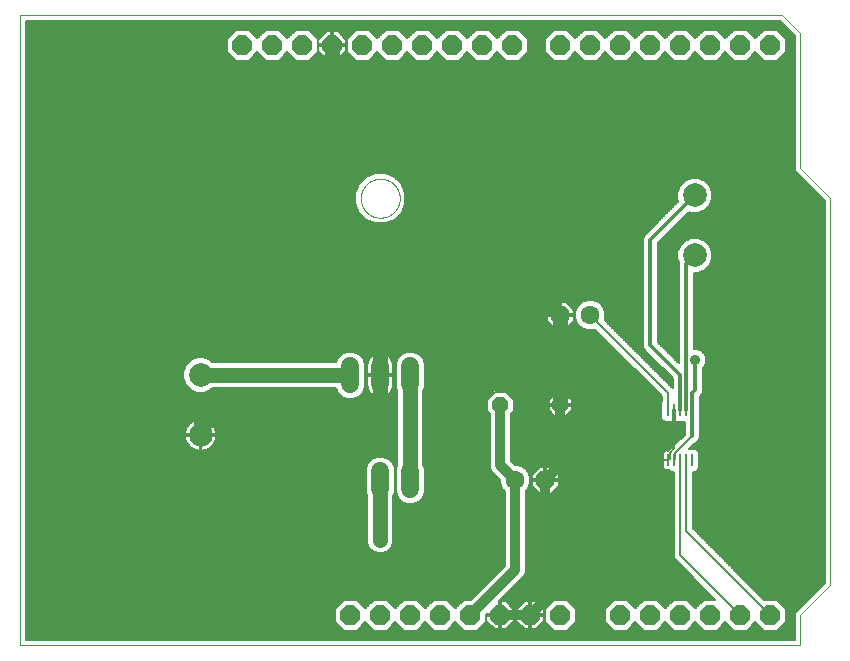
<source format=gtl>
G75*
%MOIN*%
%OFA0B0*%
%FSLAX25Y25*%
%IPPOS*%
%LPD*%
%AMOC8*
5,1,8,0,0,1.08239X$1,22.5*
%
%ADD10OC8,0.05200*%
%ADD11OC8,0.06300*%
%ADD12C,0.06300*%
%ADD13R,0.00984X0.03937*%
%ADD14C,0.06000*%
%ADD15C,0.00000*%
%ADD16OC8,0.06600*%
%ADD17C,0.07874*%
%ADD18C,0.00600*%
%ADD19C,0.01200*%
%ADD20C,0.03200*%
%ADD21C,0.03562*%
%ADD22C,0.05000*%
D10*
X0165000Y0085000D03*
X0185000Y0085000D03*
D11*
X0180000Y0060000D03*
X0185000Y0115000D03*
D12*
X0195000Y0115000D03*
X0170000Y0060000D03*
D13*
X0221063Y0066681D03*
X0223031Y0066681D03*
X0225000Y0066681D03*
X0226969Y0066681D03*
X0228937Y0066681D03*
X0228937Y0083319D03*
X0226969Y0083319D03*
X0225000Y0083319D03*
X0223031Y0083319D03*
X0221063Y0083319D03*
D14*
X0135000Y0092000D02*
X0135000Y0098000D01*
X0125000Y0098000D02*
X0125000Y0092000D01*
X0115000Y0092000D02*
X0115000Y0098000D01*
X0125000Y0063000D02*
X0125000Y0057000D01*
X0135000Y0057000D02*
X0135000Y0063000D01*
D15*
X0005000Y0005000D02*
X0005000Y0215000D01*
X0259000Y0215000D01*
X0265000Y0209000D01*
X0265000Y0164000D01*
X0275000Y0154000D01*
X0275000Y0025000D01*
X0265000Y0015000D01*
X0265000Y0005000D01*
X0005000Y0005000D01*
X0118500Y0154000D02*
X0118502Y0154161D01*
X0118508Y0154321D01*
X0118518Y0154482D01*
X0118532Y0154642D01*
X0118550Y0154802D01*
X0118571Y0154961D01*
X0118597Y0155120D01*
X0118627Y0155278D01*
X0118660Y0155435D01*
X0118698Y0155592D01*
X0118739Y0155747D01*
X0118784Y0155901D01*
X0118833Y0156054D01*
X0118886Y0156206D01*
X0118942Y0156357D01*
X0119003Y0156506D01*
X0119066Y0156654D01*
X0119134Y0156800D01*
X0119205Y0156944D01*
X0119279Y0157086D01*
X0119357Y0157227D01*
X0119439Y0157365D01*
X0119524Y0157502D01*
X0119612Y0157636D01*
X0119704Y0157768D01*
X0119799Y0157898D01*
X0119897Y0158026D01*
X0119998Y0158151D01*
X0120102Y0158273D01*
X0120209Y0158393D01*
X0120319Y0158510D01*
X0120432Y0158625D01*
X0120548Y0158736D01*
X0120667Y0158845D01*
X0120788Y0158950D01*
X0120912Y0159053D01*
X0121038Y0159153D01*
X0121166Y0159249D01*
X0121297Y0159342D01*
X0121431Y0159432D01*
X0121566Y0159519D01*
X0121704Y0159602D01*
X0121843Y0159682D01*
X0121985Y0159758D01*
X0122128Y0159831D01*
X0122273Y0159900D01*
X0122420Y0159966D01*
X0122568Y0160028D01*
X0122718Y0160086D01*
X0122869Y0160141D01*
X0123022Y0160192D01*
X0123176Y0160239D01*
X0123331Y0160282D01*
X0123487Y0160321D01*
X0123643Y0160357D01*
X0123801Y0160388D01*
X0123959Y0160416D01*
X0124118Y0160440D01*
X0124278Y0160460D01*
X0124438Y0160476D01*
X0124598Y0160488D01*
X0124759Y0160496D01*
X0124920Y0160500D01*
X0125080Y0160500D01*
X0125241Y0160496D01*
X0125402Y0160488D01*
X0125562Y0160476D01*
X0125722Y0160460D01*
X0125882Y0160440D01*
X0126041Y0160416D01*
X0126199Y0160388D01*
X0126357Y0160357D01*
X0126513Y0160321D01*
X0126669Y0160282D01*
X0126824Y0160239D01*
X0126978Y0160192D01*
X0127131Y0160141D01*
X0127282Y0160086D01*
X0127432Y0160028D01*
X0127580Y0159966D01*
X0127727Y0159900D01*
X0127872Y0159831D01*
X0128015Y0159758D01*
X0128157Y0159682D01*
X0128296Y0159602D01*
X0128434Y0159519D01*
X0128569Y0159432D01*
X0128703Y0159342D01*
X0128834Y0159249D01*
X0128962Y0159153D01*
X0129088Y0159053D01*
X0129212Y0158950D01*
X0129333Y0158845D01*
X0129452Y0158736D01*
X0129568Y0158625D01*
X0129681Y0158510D01*
X0129791Y0158393D01*
X0129898Y0158273D01*
X0130002Y0158151D01*
X0130103Y0158026D01*
X0130201Y0157898D01*
X0130296Y0157768D01*
X0130388Y0157636D01*
X0130476Y0157502D01*
X0130561Y0157365D01*
X0130643Y0157227D01*
X0130721Y0157086D01*
X0130795Y0156944D01*
X0130866Y0156800D01*
X0130934Y0156654D01*
X0130997Y0156506D01*
X0131058Y0156357D01*
X0131114Y0156206D01*
X0131167Y0156054D01*
X0131216Y0155901D01*
X0131261Y0155747D01*
X0131302Y0155592D01*
X0131340Y0155435D01*
X0131373Y0155278D01*
X0131403Y0155120D01*
X0131429Y0154961D01*
X0131450Y0154802D01*
X0131468Y0154642D01*
X0131482Y0154482D01*
X0131492Y0154321D01*
X0131498Y0154161D01*
X0131500Y0154000D01*
X0131498Y0153839D01*
X0131492Y0153679D01*
X0131482Y0153518D01*
X0131468Y0153358D01*
X0131450Y0153198D01*
X0131429Y0153039D01*
X0131403Y0152880D01*
X0131373Y0152722D01*
X0131340Y0152565D01*
X0131302Y0152408D01*
X0131261Y0152253D01*
X0131216Y0152099D01*
X0131167Y0151946D01*
X0131114Y0151794D01*
X0131058Y0151643D01*
X0130997Y0151494D01*
X0130934Y0151346D01*
X0130866Y0151200D01*
X0130795Y0151056D01*
X0130721Y0150914D01*
X0130643Y0150773D01*
X0130561Y0150635D01*
X0130476Y0150498D01*
X0130388Y0150364D01*
X0130296Y0150232D01*
X0130201Y0150102D01*
X0130103Y0149974D01*
X0130002Y0149849D01*
X0129898Y0149727D01*
X0129791Y0149607D01*
X0129681Y0149490D01*
X0129568Y0149375D01*
X0129452Y0149264D01*
X0129333Y0149155D01*
X0129212Y0149050D01*
X0129088Y0148947D01*
X0128962Y0148847D01*
X0128834Y0148751D01*
X0128703Y0148658D01*
X0128569Y0148568D01*
X0128434Y0148481D01*
X0128296Y0148398D01*
X0128157Y0148318D01*
X0128015Y0148242D01*
X0127872Y0148169D01*
X0127727Y0148100D01*
X0127580Y0148034D01*
X0127432Y0147972D01*
X0127282Y0147914D01*
X0127131Y0147859D01*
X0126978Y0147808D01*
X0126824Y0147761D01*
X0126669Y0147718D01*
X0126513Y0147679D01*
X0126357Y0147643D01*
X0126199Y0147612D01*
X0126041Y0147584D01*
X0125882Y0147560D01*
X0125722Y0147540D01*
X0125562Y0147524D01*
X0125402Y0147512D01*
X0125241Y0147504D01*
X0125080Y0147500D01*
X0124920Y0147500D01*
X0124759Y0147504D01*
X0124598Y0147512D01*
X0124438Y0147524D01*
X0124278Y0147540D01*
X0124118Y0147560D01*
X0123959Y0147584D01*
X0123801Y0147612D01*
X0123643Y0147643D01*
X0123487Y0147679D01*
X0123331Y0147718D01*
X0123176Y0147761D01*
X0123022Y0147808D01*
X0122869Y0147859D01*
X0122718Y0147914D01*
X0122568Y0147972D01*
X0122420Y0148034D01*
X0122273Y0148100D01*
X0122128Y0148169D01*
X0121985Y0148242D01*
X0121843Y0148318D01*
X0121704Y0148398D01*
X0121566Y0148481D01*
X0121431Y0148568D01*
X0121297Y0148658D01*
X0121166Y0148751D01*
X0121038Y0148847D01*
X0120912Y0148947D01*
X0120788Y0149050D01*
X0120667Y0149155D01*
X0120548Y0149264D01*
X0120432Y0149375D01*
X0120319Y0149490D01*
X0120209Y0149607D01*
X0120102Y0149727D01*
X0119998Y0149849D01*
X0119897Y0149974D01*
X0119799Y0150102D01*
X0119704Y0150232D01*
X0119612Y0150364D01*
X0119524Y0150498D01*
X0119439Y0150635D01*
X0119357Y0150773D01*
X0119279Y0150914D01*
X0119205Y0151056D01*
X0119134Y0151200D01*
X0119066Y0151346D01*
X0119003Y0151494D01*
X0118942Y0151643D01*
X0118886Y0151794D01*
X0118833Y0151946D01*
X0118784Y0152099D01*
X0118739Y0152253D01*
X0118698Y0152408D01*
X0118660Y0152565D01*
X0118627Y0152722D01*
X0118597Y0152880D01*
X0118571Y0153039D01*
X0118550Y0153198D01*
X0118532Y0153358D01*
X0118518Y0153518D01*
X0118508Y0153679D01*
X0118502Y0153839D01*
X0118500Y0154000D01*
D16*
X0119000Y0205000D03*
X0129000Y0205000D03*
X0139000Y0205000D03*
X0149000Y0205000D03*
X0159000Y0205000D03*
X0169000Y0205000D03*
X0185000Y0205000D03*
X0195000Y0205000D03*
X0205000Y0205000D03*
X0215000Y0205000D03*
X0225000Y0205000D03*
X0235000Y0205000D03*
X0245000Y0205000D03*
X0255000Y0205000D03*
X0109000Y0205000D03*
X0099000Y0205000D03*
X0089000Y0205000D03*
X0079000Y0205000D03*
X0115000Y0015000D03*
X0125000Y0015000D03*
X0135000Y0015000D03*
X0145000Y0015000D03*
X0155000Y0015000D03*
X0165000Y0015000D03*
X0175000Y0015000D03*
X0185000Y0015000D03*
X0205000Y0015000D03*
X0215000Y0015000D03*
X0225000Y0015000D03*
X0235000Y0015000D03*
X0245000Y0015000D03*
X0255000Y0015000D03*
D17*
X0229902Y0134917D03*
X0229902Y0154917D03*
X0065098Y0095083D03*
X0065098Y0075083D03*
D18*
X0064798Y0074989D02*
X0006900Y0074989D01*
X0006900Y0075587D02*
X0059876Y0075587D01*
X0059861Y0075495D02*
X0059861Y0075383D01*
X0064798Y0075383D01*
X0064798Y0074783D01*
X0059861Y0074783D01*
X0059861Y0074671D01*
X0059990Y0073857D01*
X0060245Y0073073D01*
X0060619Y0072338D01*
X0061104Y0071671D01*
X0061687Y0071088D01*
X0062354Y0070604D01*
X0063088Y0070230D01*
X0063872Y0069975D01*
X0064686Y0069846D01*
X0064798Y0069846D01*
X0064798Y0074783D01*
X0065398Y0074783D01*
X0065398Y0069846D01*
X0065511Y0069846D01*
X0066325Y0069975D01*
X0067109Y0070230D01*
X0067843Y0070604D01*
X0068510Y0071088D01*
X0069093Y0071671D01*
X0069578Y0072338D01*
X0069952Y0073073D01*
X0070206Y0073857D01*
X0070335Y0074671D01*
X0070335Y0074783D01*
X0065398Y0074783D01*
X0065398Y0075383D01*
X0064798Y0075383D01*
X0064798Y0080320D01*
X0064686Y0080320D01*
X0063872Y0080191D01*
X0063088Y0079936D01*
X0062354Y0079562D01*
X0061687Y0079078D01*
X0061104Y0078495D01*
X0060619Y0077828D01*
X0060245Y0077093D01*
X0059990Y0076309D01*
X0059861Y0075495D01*
X0059971Y0076186D02*
X0006900Y0076186D01*
X0006900Y0076784D02*
X0060145Y0076784D01*
X0060392Y0077383D02*
X0006900Y0077383D01*
X0006900Y0077981D02*
X0060731Y0077981D01*
X0061189Y0078580D02*
X0006900Y0078580D01*
X0006900Y0079178D02*
X0061825Y0079178D01*
X0062775Y0079777D02*
X0006900Y0079777D01*
X0006900Y0080375D02*
X0130600Y0080375D01*
X0130600Y0079777D02*
X0067422Y0079777D01*
X0067109Y0079936D02*
X0066325Y0080191D01*
X0065511Y0080320D01*
X0065398Y0080320D01*
X0065398Y0075383D01*
X0070335Y0075383D01*
X0070335Y0075495D01*
X0070206Y0076309D01*
X0069952Y0077093D01*
X0069578Y0077828D01*
X0069093Y0078495D01*
X0068510Y0079078D01*
X0067843Y0079562D01*
X0067109Y0079936D01*
X0068372Y0079178D02*
X0130600Y0079178D01*
X0130600Y0078580D02*
X0069008Y0078580D01*
X0069466Y0077981D02*
X0130600Y0077981D01*
X0130600Y0077383D02*
X0069804Y0077383D01*
X0070052Y0076784D02*
X0130600Y0076784D01*
X0130600Y0076186D02*
X0070226Y0076186D01*
X0070321Y0075587D02*
X0130600Y0075587D01*
X0130600Y0074989D02*
X0065398Y0074989D01*
X0065398Y0075587D02*
X0064798Y0075587D01*
X0064798Y0076186D02*
X0065398Y0076186D01*
X0065398Y0076784D02*
X0064798Y0076784D01*
X0064798Y0077383D02*
X0065398Y0077383D01*
X0065398Y0077981D02*
X0064798Y0077981D01*
X0064798Y0078580D02*
X0065398Y0078580D01*
X0065398Y0079178D02*
X0064798Y0079178D01*
X0064798Y0079777D02*
X0065398Y0079777D01*
X0065398Y0074390D02*
X0064798Y0074390D01*
X0064798Y0073792D02*
X0065398Y0073792D01*
X0065398Y0073193D02*
X0064798Y0073193D01*
X0064798Y0072595D02*
X0065398Y0072595D01*
X0065398Y0071996D02*
X0064798Y0071996D01*
X0064798Y0071398D02*
X0065398Y0071398D01*
X0065398Y0070799D02*
X0064798Y0070799D01*
X0064798Y0070201D02*
X0065398Y0070201D01*
X0067019Y0070201D02*
X0130600Y0070201D01*
X0130600Y0070799D02*
X0068112Y0070799D01*
X0068819Y0071398D02*
X0130600Y0071398D01*
X0130600Y0071996D02*
X0069329Y0071996D01*
X0069708Y0072595D02*
X0130600Y0072595D01*
X0130600Y0073193D02*
X0069991Y0073193D01*
X0070185Y0073792D02*
X0130600Y0073792D01*
X0130600Y0074390D02*
X0070291Y0074390D01*
X0063178Y0070201D02*
X0006900Y0070201D01*
X0006900Y0070799D02*
X0062085Y0070799D01*
X0061378Y0071398D02*
X0006900Y0071398D01*
X0006900Y0071996D02*
X0060868Y0071996D01*
X0060489Y0072595D02*
X0006900Y0072595D01*
X0006900Y0073193D02*
X0060206Y0073193D01*
X0060012Y0073792D02*
X0006900Y0073792D01*
X0006900Y0074390D02*
X0059906Y0074390D01*
X0063937Y0089246D02*
X0061792Y0090135D01*
X0060150Y0091777D01*
X0059261Y0093922D01*
X0059261Y0096244D01*
X0060150Y0098389D01*
X0061792Y0100031D01*
X0063937Y0100920D01*
X0066259Y0100920D01*
X0068405Y0100031D01*
X0068953Y0099483D01*
X0079047Y0099483D01*
X0079052Y0099485D01*
X0079920Y0099483D01*
X0080792Y0099483D01*
X0080797Y0099481D01*
X0110281Y0099411D01*
X0110846Y0100776D01*
X0112224Y0102154D01*
X0114025Y0102900D01*
X0115975Y0102900D01*
X0117776Y0102154D01*
X0119154Y0100776D01*
X0119900Y0098975D01*
X0119900Y0091025D01*
X0119154Y0089224D01*
X0117776Y0087846D01*
X0115975Y0087100D01*
X0114025Y0087100D01*
X0112224Y0087846D01*
X0110846Y0089224D01*
X0110272Y0090611D01*
X0079909Y0090683D01*
X0068953Y0090683D01*
X0068405Y0090135D01*
X0066259Y0089246D01*
X0063937Y0089246D01*
X0063679Y0089353D02*
X0006900Y0089353D01*
X0006900Y0089951D02*
X0062235Y0089951D01*
X0061377Y0090550D02*
X0006900Y0090550D01*
X0006900Y0091148D02*
X0060778Y0091148D01*
X0060180Y0091747D02*
X0006900Y0091747D01*
X0006900Y0092345D02*
X0059914Y0092345D01*
X0059667Y0092944D02*
X0006900Y0092944D01*
X0006900Y0093542D02*
X0059419Y0093542D01*
X0059261Y0094141D02*
X0006900Y0094141D01*
X0006900Y0094739D02*
X0059261Y0094739D01*
X0059261Y0095338D02*
X0006900Y0095338D01*
X0006900Y0095937D02*
X0059261Y0095937D01*
X0059382Y0096535D02*
X0006900Y0096535D01*
X0006900Y0097134D02*
X0059630Y0097134D01*
X0059878Y0097732D02*
X0006900Y0097732D01*
X0006900Y0098331D02*
X0060126Y0098331D01*
X0060690Y0098929D02*
X0006900Y0098929D01*
X0006900Y0099528D02*
X0061288Y0099528D01*
X0062021Y0100126D02*
X0006900Y0100126D01*
X0006900Y0100725D02*
X0063465Y0100725D01*
X0066731Y0100725D02*
X0110825Y0100725D01*
X0110577Y0100126D02*
X0068176Y0100126D01*
X0068909Y0099528D02*
X0110329Y0099528D01*
X0111393Y0101323D02*
X0006900Y0101323D01*
X0006900Y0101922D02*
X0111992Y0101922D01*
X0113108Y0102520D02*
X0006900Y0102520D01*
X0006900Y0103119D02*
X0203770Y0103119D01*
X0203172Y0103717D02*
X0006900Y0103717D01*
X0006900Y0104316D02*
X0202573Y0104316D01*
X0201975Y0104914D02*
X0006900Y0104914D01*
X0006900Y0105513D02*
X0201376Y0105513D01*
X0200778Y0106111D02*
X0006900Y0106111D01*
X0006900Y0106710D02*
X0200179Y0106710D01*
X0199580Y0107308D02*
X0006900Y0107308D01*
X0006900Y0107907D02*
X0198982Y0107907D01*
X0198383Y0108505D02*
X0006900Y0108505D01*
X0006900Y0109104D02*
X0197785Y0109104D01*
X0197186Y0109702D02*
X0006900Y0109702D01*
X0006900Y0110301D02*
X0193149Y0110301D01*
X0193995Y0109950D02*
X0192139Y0110719D01*
X0190719Y0112139D01*
X0189950Y0113995D01*
X0189950Y0116005D01*
X0190719Y0117861D01*
X0192139Y0119281D01*
X0193995Y0120050D01*
X0196005Y0120050D01*
X0197861Y0119281D01*
X0199281Y0117861D01*
X0200050Y0116005D01*
X0200050Y0113995D01*
X0199776Y0113335D01*
X0222500Y0090611D01*
X0222500Y0093964D01*
X0213584Y0102881D01*
X0212881Y0103584D01*
X0212500Y0104503D01*
X0212500Y0140513D01*
X0212881Y0141431D01*
X0224399Y0152949D01*
X0224065Y0153756D01*
X0224065Y0156078D01*
X0224953Y0158223D01*
X0226595Y0159865D01*
X0228741Y0160754D01*
X0231063Y0160754D01*
X0233208Y0159865D01*
X0234850Y0158223D01*
X0235739Y0156078D01*
X0235739Y0153756D01*
X0234850Y0151611D01*
X0233208Y0149969D01*
X0231063Y0149080D01*
X0228741Y0149080D01*
X0227934Y0149414D01*
X0217500Y0138980D01*
X0217500Y0106036D01*
X0224469Y0099067D01*
X0224469Y0132481D01*
X0224531Y0132631D01*
X0224065Y0133756D01*
X0224065Y0136078D01*
X0224953Y0138223D01*
X0226595Y0139865D01*
X0228741Y0140754D01*
X0231063Y0140754D01*
X0233208Y0139865D01*
X0234850Y0138223D01*
X0235739Y0136078D01*
X0235739Y0133756D01*
X0234850Y0131611D01*
X0233208Y0129969D01*
X0231063Y0129080D01*
X0229468Y0129080D01*
X0229468Y0103681D01*
X0230732Y0103681D01*
X0232085Y0103121D01*
X0233121Y0102085D01*
X0233681Y0100732D01*
X0233681Y0099268D01*
X0233121Y0097915D01*
X0232500Y0097294D01*
X0232500Y0089503D01*
X0232119Y0088584D01*
X0231437Y0087901D01*
X0231437Y0074137D01*
X0231056Y0073218D01*
X0230353Y0072515D01*
X0229629Y0072215D01*
X0227963Y0070549D01*
X0230216Y0070549D01*
X0231329Y0069436D01*
X0231329Y0063925D01*
X0230216Y0062812D01*
X0229168Y0062812D01*
X0229168Y0043943D01*
X0252911Y0020200D01*
X0257154Y0020200D01*
X0260200Y0017154D01*
X0260200Y0012846D01*
X0257154Y0009800D01*
X0252846Y0009800D01*
X0250000Y0012646D01*
X0247154Y0009800D01*
X0242846Y0009800D01*
X0240000Y0012646D01*
X0237154Y0009800D01*
X0232846Y0009800D01*
X0230000Y0012646D01*
X0227154Y0009800D01*
X0222846Y0009800D01*
X0220000Y0012646D01*
X0217154Y0009800D01*
X0212846Y0009800D01*
X0210000Y0012646D01*
X0207154Y0009800D01*
X0202846Y0009800D01*
X0199800Y0012846D01*
X0199800Y0017154D01*
X0202846Y0020200D01*
X0207154Y0020200D01*
X0210000Y0017354D01*
X0212846Y0020200D01*
X0217154Y0020200D01*
X0220000Y0017354D01*
X0222846Y0020200D01*
X0227154Y0020200D01*
X0230000Y0017354D01*
X0232846Y0020200D01*
X0236689Y0020200D01*
X0224089Y0032800D01*
X0222800Y0034089D01*
X0222800Y0062812D01*
X0221752Y0062812D01*
X0221152Y0063412D01*
X0221063Y0063412D01*
X0221063Y0063502D01*
X0221063Y0063502D01*
X0221063Y0063412D01*
X0220400Y0063412D01*
X0220069Y0063501D01*
X0219773Y0063672D01*
X0219531Y0063914D01*
X0219359Y0064210D01*
X0219271Y0064541D01*
X0219271Y0066681D01*
X0220639Y0066681D01*
X0220639Y0066681D01*
X0219271Y0066681D01*
X0219271Y0068820D01*
X0219359Y0069151D01*
X0219531Y0069447D01*
X0219773Y0069689D01*
X0220069Y0069861D01*
X0220400Y0069949D01*
X0221063Y0069949D01*
X0221063Y0069860D01*
X0221063Y0069860D01*
X0221063Y0069949D01*
X0221152Y0069949D01*
X0221208Y0070005D01*
X0221208Y0070016D01*
X0222497Y0071305D01*
X0222497Y0071305D01*
X0226437Y0075245D01*
X0226437Y0079451D01*
X0223721Y0079451D01*
X0223121Y0080051D01*
X0223032Y0080051D01*
X0223032Y0080140D01*
X0223031Y0080140D01*
X0223031Y0080140D01*
X0223031Y0080051D01*
X0222942Y0080051D01*
X0222342Y0079451D01*
X0219784Y0079451D01*
X0218671Y0080564D01*
X0218671Y0086075D01*
X0218863Y0086267D01*
X0218863Y0088026D01*
X0196665Y0110224D01*
X0196005Y0109950D01*
X0193995Y0109950D01*
X0191959Y0110899D02*
X0187193Y0110899D01*
X0186843Y0110550D02*
X0189450Y0113157D01*
X0189450Y0114700D01*
X0185300Y0114700D01*
X0185300Y0115300D01*
X0189450Y0115300D01*
X0189450Y0116843D01*
X0186843Y0119450D01*
X0185300Y0119450D01*
X0185300Y0115300D01*
X0184700Y0115300D01*
X0184700Y0119450D01*
X0183157Y0119450D01*
X0180550Y0116843D01*
X0180550Y0115300D01*
X0184700Y0115300D01*
X0184700Y0114700D01*
X0185300Y0114700D01*
X0185300Y0110550D01*
X0186843Y0110550D01*
X0187791Y0111498D02*
X0191360Y0111498D01*
X0190762Y0112096D02*
X0188390Y0112096D01*
X0188988Y0112695D02*
X0190489Y0112695D01*
X0190241Y0113293D02*
X0189450Y0113293D01*
X0189450Y0113892D02*
X0189993Y0113892D01*
X0189950Y0114490D02*
X0189450Y0114490D01*
X0189950Y0115089D02*
X0185300Y0115089D01*
X0185300Y0115687D02*
X0184700Y0115687D01*
X0184700Y0115089D02*
X0006900Y0115089D01*
X0006900Y0115687D02*
X0180550Y0115687D01*
X0180550Y0116286D02*
X0006900Y0116286D01*
X0006900Y0116884D02*
X0180591Y0116884D01*
X0181190Y0117483D02*
X0006900Y0117483D01*
X0006900Y0118081D02*
X0181788Y0118081D01*
X0182387Y0118680D02*
X0006900Y0118680D01*
X0006900Y0119278D02*
X0182985Y0119278D01*
X0184700Y0119278D02*
X0185300Y0119278D01*
X0185300Y0118680D02*
X0184700Y0118680D01*
X0184700Y0118081D02*
X0185300Y0118081D01*
X0185300Y0117483D02*
X0184700Y0117483D01*
X0184700Y0116884D02*
X0185300Y0116884D01*
X0185300Y0116286D02*
X0184700Y0116286D01*
X0184700Y0114700D02*
X0180550Y0114700D01*
X0180550Y0113157D01*
X0183157Y0110550D01*
X0184700Y0110550D01*
X0184700Y0114700D01*
X0184700Y0114490D02*
X0185300Y0114490D01*
X0185300Y0113892D02*
X0184700Y0113892D01*
X0184700Y0113293D02*
X0185300Y0113293D01*
X0185300Y0112695D02*
X0184700Y0112695D01*
X0184700Y0112096D02*
X0185300Y0112096D01*
X0185300Y0111498D02*
X0184700Y0111498D01*
X0184700Y0110899D02*
X0185300Y0110899D01*
X0182807Y0110899D02*
X0006900Y0110899D01*
X0006900Y0111498D02*
X0182209Y0111498D01*
X0181610Y0112096D02*
X0006900Y0112096D01*
X0006900Y0112695D02*
X0181012Y0112695D01*
X0180550Y0113293D02*
X0006900Y0113293D01*
X0006900Y0113892D02*
X0180550Y0113892D01*
X0180550Y0114490D02*
X0006900Y0114490D01*
X0006900Y0119877D02*
X0193578Y0119877D01*
X0192137Y0119278D02*
X0187015Y0119278D01*
X0187613Y0118680D02*
X0191538Y0118680D01*
X0190940Y0118081D02*
X0188212Y0118081D01*
X0188810Y0117483D02*
X0190562Y0117483D01*
X0190314Y0116884D02*
X0189409Y0116884D01*
X0189450Y0116286D02*
X0190067Y0116286D01*
X0189950Y0115687D02*
X0189450Y0115687D01*
X0195000Y0115000D02*
X0221063Y0088937D01*
X0221063Y0083319D01*
X0218671Y0083368D02*
X0188883Y0083368D01*
X0188900Y0083385D02*
X0188900Y0084700D01*
X0185300Y0084700D01*
X0185300Y0085300D01*
X0188900Y0085300D01*
X0188900Y0086615D01*
X0186615Y0088900D01*
X0185300Y0088900D01*
X0185300Y0085300D01*
X0184700Y0085300D01*
X0184700Y0088900D01*
X0183385Y0088900D01*
X0181100Y0086615D01*
X0181100Y0085300D01*
X0184700Y0085300D01*
X0184700Y0084700D01*
X0185300Y0084700D01*
X0185300Y0081100D01*
X0186615Y0081100D01*
X0188900Y0083385D01*
X0188900Y0083966D02*
X0218671Y0083966D01*
X0218671Y0084565D02*
X0188900Y0084565D01*
X0188900Y0085762D02*
X0218671Y0085762D01*
X0218671Y0085163D02*
X0185300Y0085163D01*
X0185300Y0084565D02*
X0184700Y0084565D01*
X0184700Y0084700D02*
X0184700Y0081100D01*
X0183385Y0081100D01*
X0181100Y0083385D01*
X0181100Y0084700D01*
X0184700Y0084700D01*
X0184700Y0085163D02*
X0169500Y0085163D01*
X0169500Y0084565D02*
X0181100Y0084565D01*
X0181100Y0083966D02*
X0169500Y0083966D01*
X0169500Y0083368D02*
X0181117Y0083368D01*
X0181715Y0082769D02*
X0169133Y0082769D01*
X0169500Y0083136D02*
X0169500Y0086864D01*
X0166864Y0089500D01*
X0163136Y0089500D01*
X0160500Y0086864D01*
X0160500Y0083136D01*
X0161500Y0082136D01*
X0161500Y0064304D01*
X0162033Y0063017D01*
X0164950Y0060100D01*
X0164950Y0058995D01*
X0165719Y0057139D01*
X0166500Y0056358D01*
X0166500Y0031450D01*
X0155250Y0020200D01*
X0152846Y0020200D01*
X0150000Y0017354D01*
X0147154Y0020200D01*
X0142846Y0020200D01*
X0140000Y0017354D01*
X0137154Y0020200D01*
X0132846Y0020200D01*
X0130000Y0017354D01*
X0127154Y0020200D01*
X0122846Y0020200D01*
X0120000Y0017354D01*
X0117154Y0020200D01*
X0112846Y0020200D01*
X0109800Y0017154D01*
X0109800Y0012846D01*
X0112846Y0009800D01*
X0117154Y0009800D01*
X0120000Y0012646D01*
X0122846Y0009800D01*
X0127154Y0009800D01*
X0130000Y0012646D01*
X0132846Y0009800D01*
X0137154Y0009800D01*
X0140000Y0012646D01*
X0142846Y0009800D01*
X0147154Y0009800D01*
X0150000Y0012646D01*
X0152846Y0009800D01*
X0157154Y0009800D01*
X0160200Y0012846D01*
X0160200Y0015250D01*
X0160400Y0015450D01*
X0160400Y0015300D01*
X0164700Y0015300D01*
X0164700Y0019600D01*
X0164550Y0019600D01*
X0172967Y0028017D01*
X0173500Y0029304D01*
X0173500Y0056358D01*
X0174281Y0057139D01*
X0175050Y0058995D01*
X0175050Y0061005D01*
X0174281Y0062861D01*
X0172861Y0064281D01*
X0171005Y0065050D01*
X0169900Y0065050D01*
X0168500Y0066450D01*
X0168500Y0082136D01*
X0169500Y0083136D01*
X0168535Y0082171D02*
X0182314Y0082171D01*
X0182912Y0081572D02*
X0168500Y0081572D01*
X0168500Y0080974D02*
X0218671Y0080974D01*
X0218671Y0081572D02*
X0187088Y0081572D01*
X0187686Y0082171D02*
X0218671Y0082171D01*
X0218671Y0082769D02*
X0188285Y0082769D01*
X0188900Y0086360D02*
X0218863Y0086360D01*
X0218863Y0086959D02*
X0188557Y0086959D01*
X0187958Y0087557D02*
X0218863Y0087557D01*
X0218733Y0088156D02*
X0187360Y0088156D01*
X0186761Y0088754D02*
X0218134Y0088754D01*
X0217536Y0089353D02*
X0167011Y0089353D01*
X0167610Y0088754D02*
X0183239Y0088754D01*
X0182640Y0088156D02*
X0168208Y0088156D01*
X0168807Y0087557D02*
X0182042Y0087557D01*
X0181443Y0086959D02*
X0169405Y0086959D01*
X0169500Y0086360D02*
X0181100Y0086360D01*
X0181100Y0085762D02*
X0169500Y0085762D01*
X0168500Y0080375D02*
X0218859Y0080375D01*
X0219458Y0079777D02*
X0168500Y0079777D01*
X0168500Y0079178D02*
X0226437Y0079178D01*
X0226437Y0078580D02*
X0168500Y0078580D01*
X0168500Y0077981D02*
X0226437Y0077981D01*
X0226437Y0077383D02*
X0168500Y0077383D01*
X0168500Y0076784D02*
X0226437Y0076784D01*
X0226437Y0076186D02*
X0168500Y0076186D01*
X0168500Y0075587D02*
X0226437Y0075587D01*
X0226180Y0074989D02*
X0168500Y0074989D01*
X0168500Y0074390D02*
X0225582Y0074390D01*
X0224983Y0073792D02*
X0168500Y0073792D01*
X0168500Y0073193D02*
X0224385Y0073193D01*
X0223786Y0072595D02*
X0168500Y0072595D01*
X0168500Y0071996D02*
X0223188Y0071996D01*
X0222589Y0071398D02*
X0168500Y0071398D01*
X0168500Y0070799D02*
X0221991Y0070799D01*
X0221392Y0070201D02*
X0168500Y0070201D01*
X0168500Y0069602D02*
X0219685Y0069602D01*
X0219320Y0069003D02*
X0168500Y0069003D01*
X0168500Y0068405D02*
X0219271Y0068405D01*
X0219271Y0067806D02*
X0168500Y0067806D01*
X0168500Y0067208D02*
X0219271Y0067208D01*
X0219271Y0066609D02*
X0168500Y0066609D01*
X0168939Y0066011D02*
X0219271Y0066011D01*
X0219271Y0065412D02*
X0169537Y0065412D01*
X0171574Y0064814D02*
X0219271Y0064814D01*
X0219358Y0064215D02*
X0182078Y0064215D01*
X0181843Y0064450D02*
X0180300Y0064450D01*
X0180300Y0060300D01*
X0184450Y0060300D01*
X0184450Y0061843D01*
X0181843Y0064450D01*
X0182676Y0063617D02*
X0219868Y0063617D01*
X0221546Y0063018D02*
X0183275Y0063018D01*
X0183873Y0062420D02*
X0222800Y0062420D01*
X0222800Y0061821D02*
X0184450Y0061821D01*
X0184450Y0061223D02*
X0222800Y0061223D01*
X0222800Y0060624D02*
X0184450Y0060624D01*
X0184450Y0059700D02*
X0180300Y0059700D01*
X0180300Y0060300D01*
X0179700Y0060300D01*
X0179700Y0064450D01*
X0178157Y0064450D01*
X0175550Y0061843D01*
X0175550Y0060300D01*
X0179700Y0060300D01*
X0179700Y0059700D01*
X0180300Y0059700D01*
X0180300Y0055550D01*
X0181843Y0055550D01*
X0184450Y0058157D01*
X0184450Y0059700D01*
X0184450Y0059427D02*
X0222800Y0059427D01*
X0222800Y0058829D02*
X0184450Y0058829D01*
X0184450Y0058230D02*
X0222800Y0058230D01*
X0222800Y0057632D02*
X0183925Y0057632D01*
X0183327Y0057033D02*
X0222800Y0057033D01*
X0222800Y0056435D02*
X0182728Y0056435D01*
X0182129Y0055836D02*
X0222800Y0055836D01*
X0222800Y0055238D02*
X0173500Y0055238D01*
X0173500Y0055836D02*
X0177871Y0055836D01*
X0178157Y0055550D02*
X0179700Y0055550D01*
X0179700Y0059700D01*
X0175550Y0059700D01*
X0175550Y0058157D01*
X0178157Y0055550D01*
X0177272Y0056435D02*
X0173577Y0056435D01*
X0174175Y0057033D02*
X0176673Y0057033D01*
X0176075Y0057632D02*
X0174485Y0057632D01*
X0174733Y0058230D02*
X0175550Y0058230D01*
X0175550Y0058829D02*
X0174981Y0058829D01*
X0175050Y0059427D02*
X0175550Y0059427D01*
X0175050Y0060026D02*
X0179700Y0060026D01*
X0179700Y0060624D02*
X0180300Y0060624D01*
X0180300Y0060026D02*
X0222800Y0060026D01*
X0222800Y0054639D02*
X0173500Y0054639D01*
X0173500Y0054041D02*
X0222800Y0054041D01*
X0222800Y0053442D02*
X0173500Y0053442D01*
X0173500Y0052844D02*
X0222800Y0052844D01*
X0222800Y0052245D02*
X0173500Y0052245D01*
X0173500Y0051647D02*
X0222800Y0051647D01*
X0222800Y0051048D02*
X0173500Y0051048D01*
X0173500Y0050450D02*
X0222800Y0050450D01*
X0222800Y0049851D02*
X0173500Y0049851D01*
X0173500Y0049253D02*
X0222800Y0049253D01*
X0222800Y0048654D02*
X0173500Y0048654D01*
X0173500Y0048056D02*
X0222800Y0048056D01*
X0222800Y0047457D02*
X0173500Y0047457D01*
X0173500Y0046859D02*
X0222800Y0046859D01*
X0222800Y0046260D02*
X0173500Y0046260D01*
X0173500Y0045662D02*
X0222800Y0045662D01*
X0222800Y0045063D02*
X0173500Y0045063D01*
X0173500Y0044465D02*
X0222800Y0044465D01*
X0222800Y0043866D02*
X0173500Y0043866D01*
X0173500Y0043268D02*
X0222800Y0043268D01*
X0222800Y0042669D02*
X0173500Y0042669D01*
X0173500Y0042070D02*
X0222800Y0042070D01*
X0222800Y0041472D02*
X0173500Y0041472D01*
X0173500Y0040873D02*
X0222800Y0040873D01*
X0222800Y0040275D02*
X0173500Y0040275D01*
X0173500Y0039676D02*
X0222800Y0039676D01*
X0222800Y0039078D02*
X0173500Y0039078D01*
X0173500Y0038479D02*
X0222800Y0038479D01*
X0222800Y0037881D02*
X0173500Y0037881D01*
X0173500Y0037282D02*
X0222800Y0037282D01*
X0222800Y0036684D02*
X0173500Y0036684D01*
X0173500Y0036085D02*
X0222800Y0036085D01*
X0222800Y0035487D02*
X0173500Y0035487D01*
X0173500Y0034888D02*
X0222800Y0034888D01*
X0222800Y0034290D02*
X0173500Y0034290D01*
X0173500Y0033691D02*
X0223197Y0033691D01*
X0223796Y0033093D02*
X0173500Y0033093D01*
X0173500Y0032494D02*
X0224394Y0032494D01*
X0224993Y0031896D02*
X0173500Y0031896D01*
X0173500Y0031297D02*
X0225591Y0031297D01*
X0226190Y0030699D02*
X0173500Y0030699D01*
X0173500Y0030100D02*
X0226788Y0030100D01*
X0227387Y0029502D02*
X0173500Y0029502D01*
X0173334Y0028903D02*
X0227985Y0028903D01*
X0228584Y0028305D02*
X0173086Y0028305D01*
X0172656Y0027706D02*
X0229183Y0027706D01*
X0229781Y0027108D02*
X0172057Y0027108D01*
X0171459Y0026509D02*
X0230380Y0026509D01*
X0230978Y0025911D02*
X0170860Y0025911D01*
X0170262Y0025312D02*
X0231577Y0025312D01*
X0232175Y0024714D02*
X0169663Y0024714D01*
X0169065Y0024115D02*
X0232774Y0024115D01*
X0233372Y0023517D02*
X0168466Y0023517D01*
X0167868Y0022918D02*
X0233971Y0022918D01*
X0234569Y0022320D02*
X0167269Y0022320D01*
X0166671Y0021721D02*
X0235168Y0021721D01*
X0235766Y0021123D02*
X0166072Y0021123D01*
X0165474Y0020524D02*
X0236365Y0020524D01*
X0232572Y0019926D02*
X0227428Y0019926D01*
X0228027Y0019327D02*
X0231973Y0019327D01*
X0231375Y0018729D02*
X0228625Y0018729D01*
X0229224Y0018130D02*
X0230776Y0018130D01*
X0230178Y0017532D02*
X0229822Y0017532D01*
X0229499Y0012145D02*
X0230501Y0012145D01*
X0231100Y0011546D02*
X0228900Y0011546D01*
X0228302Y0010948D02*
X0231698Y0010948D01*
X0232297Y0010349D02*
X0227703Y0010349D01*
X0222297Y0010349D02*
X0217703Y0010349D01*
X0218302Y0010948D02*
X0221698Y0010948D01*
X0221100Y0011546D02*
X0218900Y0011546D01*
X0219499Y0012145D02*
X0220501Y0012145D01*
X0220178Y0017532D02*
X0219822Y0017532D01*
X0219224Y0018130D02*
X0220776Y0018130D01*
X0221375Y0018729D02*
X0218625Y0018729D01*
X0218027Y0019327D02*
X0221973Y0019327D01*
X0222572Y0019926D02*
X0217428Y0019926D01*
X0212572Y0019926D02*
X0207428Y0019926D01*
X0208027Y0019327D02*
X0211973Y0019327D01*
X0211375Y0018729D02*
X0208625Y0018729D01*
X0209224Y0018130D02*
X0210776Y0018130D01*
X0210178Y0017532D02*
X0209822Y0017532D01*
X0202572Y0019926D02*
X0187428Y0019926D01*
X0187154Y0020200D02*
X0182846Y0020200D01*
X0179800Y0017154D01*
X0179800Y0012846D01*
X0182846Y0009800D01*
X0187154Y0009800D01*
X0190200Y0012846D01*
X0190200Y0017154D01*
X0187154Y0020200D01*
X0188027Y0019327D02*
X0201973Y0019327D01*
X0201375Y0018729D02*
X0188625Y0018729D01*
X0189224Y0018130D02*
X0200776Y0018130D01*
X0200178Y0017532D02*
X0189822Y0017532D01*
X0190200Y0016933D02*
X0199800Y0016933D01*
X0199800Y0016334D02*
X0190200Y0016334D01*
X0190200Y0015736D02*
X0199800Y0015736D01*
X0199800Y0015137D02*
X0190200Y0015137D01*
X0190200Y0014539D02*
X0199800Y0014539D01*
X0199800Y0013940D02*
X0190200Y0013940D01*
X0190200Y0013342D02*
X0199800Y0013342D01*
X0199903Y0012743D02*
X0190097Y0012743D01*
X0189499Y0012145D02*
X0200501Y0012145D01*
X0201100Y0011546D02*
X0188900Y0011546D01*
X0188302Y0010948D02*
X0201698Y0010948D01*
X0202297Y0010349D02*
X0187703Y0010349D01*
X0182297Y0010349D02*
X0157703Y0010349D01*
X0158302Y0010948D02*
X0162547Y0010948D01*
X0163095Y0010400D02*
X0160400Y0013095D01*
X0160400Y0014700D01*
X0164700Y0014700D01*
X0165300Y0014700D01*
X0165300Y0015300D01*
X0169600Y0015300D01*
X0169600Y0016905D01*
X0166905Y0019600D01*
X0165300Y0019600D01*
X0165300Y0015300D01*
X0164700Y0015300D01*
X0164700Y0014700D01*
X0164700Y0010400D01*
X0163095Y0010400D01*
X0161948Y0011546D02*
X0158900Y0011546D01*
X0159499Y0012145D02*
X0161350Y0012145D01*
X0160751Y0012743D02*
X0160097Y0012743D01*
X0160200Y0013342D02*
X0160400Y0013342D01*
X0160400Y0013940D02*
X0160200Y0013940D01*
X0160200Y0014539D02*
X0160400Y0014539D01*
X0160200Y0015137D02*
X0164700Y0015137D01*
X0164700Y0014539D02*
X0165300Y0014539D01*
X0165300Y0014700D02*
X0165300Y0010400D01*
X0166905Y0010400D01*
X0169600Y0013095D01*
X0169600Y0014700D01*
X0165300Y0014700D01*
X0165300Y0015137D02*
X0174700Y0015137D01*
X0174700Y0015300D02*
X0174700Y0014700D01*
X0175300Y0014700D01*
X0175300Y0015300D01*
X0179600Y0015300D01*
X0179600Y0016905D01*
X0176905Y0019600D01*
X0175300Y0019600D01*
X0175300Y0015300D01*
X0174700Y0015300D01*
X0174700Y0019600D01*
X0173095Y0019600D01*
X0170400Y0016905D01*
X0170400Y0015300D01*
X0174700Y0015300D01*
X0174700Y0015736D02*
X0175300Y0015736D01*
X0175300Y0016334D02*
X0174700Y0016334D01*
X0174700Y0016933D02*
X0175300Y0016933D01*
X0175300Y0017532D02*
X0174700Y0017532D01*
X0174700Y0018130D02*
X0175300Y0018130D01*
X0175300Y0018729D02*
X0174700Y0018729D01*
X0174700Y0019327D02*
X0175300Y0019327D01*
X0177178Y0019327D02*
X0181973Y0019327D01*
X0181375Y0018729D02*
X0177777Y0018729D01*
X0178375Y0018130D02*
X0180776Y0018130D01*
X0180178Y0017532D02*
X0178974Y0017532D01*
X0179572Y0016933D02*
X0179800Y0016933D01*
X0179800Y0016334D02*
X0179600Y0016334D01*
X0179600Y0015736D02*
X0179800Y0015736D01*
X0179800Y0015137D02*
X0175300Y0015137D01*
X0175300Y0014700D02*
X0179600Y0014700D01*
X0179600Y0013095D01*
X0176905Y0010400D01*
X0175300Y0010400D01*
X0175300Y0014700D01*
X0175300Y0014539D02*
X0174700Y0014539D01*
X0174700Y0014700D02*
X0174700Y0010400D01*
X0173095Y0010400D01*
X0170400Y0013095D01*
X0170400Y0014700D01*
X0174700Y0014700D01*
X0174700Y0013940D02*
X0175300Y0013940D01*
X0175300Y0013342D02*
X0174700Y0013342D01*
X0174700Y0012743D02*
X0175300Y0012743D01*
X0175300Y0012145D02*
X0174700Y0012145D01*
X0174700Y0011546D02*
X0175300Y0011546D01*
X0175300Y0010948D02*
X0174700Y0010948D01*
X0172547Y0010948D02*
X0167453Y0010948D01*
X0168052Y0011546D02*
X0171948Y0011546D01*
X0171350Y0012145D02*
X0168650Y0012145D01*
X0169249Y0012743D02*
X0170751Y0012743D01*
X0170400Y0013342D02*
X0169600Y0013342D01*
X0169600Y0013940D02*
X0170400Y0013940D01*
X0170400Y0014539D02*
X0169600Y0014539D01*
X0169600Y0015736D02*
X0170400Y0015736D01*
X0170400Y0016334D02*
X0169600Y0016334D01*
X0169572Y0016933D02*
X0170428Y0016933D01*
X0171026Y0017532D02*
X0168974Y0017532D01*
X0168375Y0018130D02*
X0171625Y0018130D01*
X0172223Y0018729D02*
X0167777Y0018729D01*
X0167178Y0019327D02*
X0172822Y0019327D01*
X0179600Y0014539D02*
X0179800Y0014539D01*
X0179800Y0013940D02*
X0179600Y0013940D01*
X0179600Y0013342D02*
X0179800Y0013342D01*
X0179903Y0012743D02*
X0179249Y0012743D01*
X0178650Y0012145D02*
X0180501Y0012145D01*
X0181100Y0011546D02*
X0178052Y0011546D01*
X0177453Y0010948D02*
X0181698Y0010948D01*
X0182572Y0019926D02*
X0164875Y0019926D01*
X0164700Y0019327D02*
X0165300Y0019327D01*
X0165300Y0018729D02*
X0164700Y0018729D01*
X0164700Y0018130D02*
X0165300Y0018130D01*
X0165300Y0017532D02*
X0164700Y0017532D01*
X0164700Y0016933D02*
X0165300Y0016933D01*
X0165300Y0016334D02*
X0164700Y0016334D01*
X0164700Y0015736D02*
X0165300Y0015736D01*
X0165300Y0013940D02*
X0164700Y0013940D01*
X0164700Y0013342D02*
X0165300Y0013342D01*
X0165300Y0012743D02*
X0164700Y0012743D01*
X0164700Y0012145D02*
X0165300Y0012145D01*
X0165300Y0011546D02*
X0164700Y0011546D01*
X0164700Y0010948D02*
X0165300Y0010948D01*
X0152297Y0010349D02*
X0147703Y0010349D01*
X0148302Y0010948D02*
X0151698Y0010948D01*
X0151100Y0011546D02*
X0148900Y0011546D01*
X0149499Y0012145D02*
X0150501Y0012145D01*
X0150178Y0017532D02*
X0149822Y0017532D01*
X0149224Y0018130D02*
X0150776Y0018130D01*
X0151375Y0018729D02*
X0148625Y0018729D01*
X0148027Y0019327D02*
X0151973Y0019327D01*
X0152572Y0019926D02*
X0147428Y0019926D01*
X0142572Y0019926D02*
X0137428Y0019926D01*
X0138027Y0019327D02*
X0141973Y0019327D01*
X0141375Y0018729D02*
X0138625Y0018729D01*
X0139224Y0018130D02*
X0140776Y0018130D01*
X0140178Y0017532D02*
X0139822Y0017532D01*
X0139499Y0012145D02*
X0140501Y0012145D01*
X0141100Y0011546D02*
X0138900Y0011546D01*
X0138302Y0010948D02*
X0141698Y0010948D01*
X0142297Y0010349D02*
X0137703Y0010349D01*
X0132297Y0010349D02*
X0127703Y0010349D01*
X0128302Y0010948D02*
X0131698Y0010948D01*
X0131100Y0011546D02*
X0128900Y0011546D01*
X0129499Y0012145D02*
X0130501Y0012145D01*
X0130178Y0017532D02*
X0129822Y0017532D01*
X0129224Y0018130D02*
X0130776Y0018130D01*
X0131375Y0018729D02*
X0128625Y0018729D01*
X0128027Y0019327D02*
X0131973Y0019327D01*
X0132572Y0019926D02*
X0127428Y0019926D01*
X0122572Y0019926D02*
X0117428Y0019926D01*
X0118027Y0019327D02*
X0121973Y0019327D01*
X0121375Y0018729D02*
X0118625Y0018729D01*
X0119224Y0018130D02*
X0120776Y0018130D01*
X0120178Y0017532D02*
X0119822Y0017532D01*
X0119499Y0012145D02*
X0120501Y0012145D01*
X0121100Y0011546D02*
X0118900Y0011546D01*
X0118302Y0010948D02*
X0121698Y0010948D01*
X0122297Y0010349D02*
X0117703Y0010349D01*
X0112297Y0010349D02*
X0006900Y0010349D01*
X0006900Y0009751D02*
X0263100Y0009751D01*
X0263100Y0010349D02*
X0257703Y0010349D01*
X0258302Y0010948D02*
X0263100Y0010948D01*
X0263100Y0011546D02*
X0258900Y0011546D01*
X0259499Y0012145D02*
X0263100Y0012145D01*
X0263100Y0012743D02*
X0260097Y0012743D01*
X0260200Y0013342D02*
X0263100Y0013342D01*
X0263100Y0013940D02*
X0260200Y0013940D01*
X0260200Y0014539D02*
X0263100Y0014539D01*
X0263100Y0015137D02*
X0260200Y0015137D01*
X0260200Y0015736D02*
X0263100Y0015736D01*
X0263100Y0015787D02*
X0263100Y0006900D01*
X0006900Y0006900D01*
X0006900Y0213100D01*
X0258213Y0213100D01*
X0263100Y0208213D01*
X0263100Y0163213D01*
X0264213Y0162100D01*
X0273100Y0153213D01*
X0273100Y0025787D01*
X0263100Y0015787D01*
X0263648Y0016334D02*
X0260200Y0016334D01*
X0260200Y0016933D02*
X0264246Y0016933D01*
X0264845Y0017532D02*
X0259822Y0017532D01*
X0259224Y0018130D02*
X0265443Y0018130D01*
X0266042Y0018729D02*
X0258625Y0018729D01*
X0258027Y0019327D02*
X0266640Y0019327D01*
X0267239Y0019926D02*
X0257428Y0019926D01*
X0252587Y0020524D02*
X0267837Y0020524D01*
X0268436Y0021123D02*
X0251989Y0021123D01*
X0251390Y0021721D02*
X0269034Y0021721D01*
X0269633Y0022320D02*
X0250792Y0022320D01*
X0250193Y0022918D02*
X0270231Y0022918D01*
X0270830Y0023517D02*
X0249595Y0023517D01*
X0248996Y0024115D02*
X0271428Y0024115D01*
X0272027Y0024714D02*
X0248398Y0024714D01*
X0247799Y0025312D02*
X0272625Y0025312D01*
X0273100Y0025911D02*
X0247201Y0025911D01*
X0246602Y0026509D02*
X0273100Y0026509D01*
X0273100Y0027108D02*
X0246004Y0027108D01*
X0245405Y0027706D02*
X0273100Y0027706D01*
X0273100Y0028305D02*
X0244807Y0028305D01*
X0244208Y0028903D02*
X0273100Y0028903D01*
X0273100Y0029502D02*
X0243610Y0029502D01*
X0243011Y0030100D02*
X0273100Y0030100D01*
X0273100Y0030699D02*
X0242412Y0030699D01*
X0241814Y0031297D02*
X0273100Y0031297D01*
X0273100Y0031896D02*
X0241215Y0031896D01*
X0240617Y0032494D02*
X0273100Y0032494D01*
X0273100Y0033093D02*
X0240018Y0033093D01*
X0239420Y0033691D02*
X0273100Y0033691D01*
X0273100Y0034290D02*
X0238821Y0034290D01*
X0238223Y0034888D02*
X0273100Y0034888D01*
X0273100Y0035487D02*
X0237624Y0035487D01*
X0237026Y0036085D02*
X0273100Y0036085D01*
X0273100Y0036684D02*
X0236427Y0036684D01*
X0235829Y0037282D02*
X0273100Y0037282D01*
X0273100Y0037881D02*
X0235230Y0037881D01*
X0234632Y0038479D02*
X0273100Y0038479D01*
X0273100Y0039078D02*
X0234033Y0039078D01*
X0233435Y0039676D02*
X0273100Y0039676D01*
X0273100Y0040275D02*
X0232836Y0040275D01*
X0232238Y0040873D02*
X0273100Y0040873D01*
X0273100Y0041472D02*
X0231639Y0041472D01*
X0231041Y0042070D02*
X0273100Y0042070D01*
X0273100Y0042669D02*
X0230442Y0042669D01*
X0229844Y0043268D02*
X0273100Y0043268D01*
X0273100Y0043866D02*
X0229245Y0043866D01*
X0229168Y0044465D02*
X0273100Y0044465D01*
X0273100Y0045063D02*
X0229168Y0045063D01*
X0229168Y0045662D02*
X0273100Y0045662D01*
X0273100Y0046260D02*
X0229168Y0046260D01*
X0229168Y0046859D02*
X0273100Y0046859D01*
X0273100Y0047457D02*
X0229168Y0047457D01*
X0229168Y0048056D02*
X0273100Y0048056D01*
X0273100Y0048654D02*
X0229168Y0048654D01*
X0229168Y0049253D02*
X0273100Y0049253D01*
X0273100Y0049851D02*
X0229168Y0049851D01*
X0229168Y0050450D02*
X0273100Y0050450D01*
X0273100Y0051048D02*
X0229168Y0051048D01*
X0229168Y0051647D02*
X0273100Y0051647D01*
X0273100Y0052245D02*
X0229168Y0052245D01*
X0229168Y0052844D02*
X0273100Y0052844D01*
X0273100Y0053442D02*
X0229168Y0053442D01*
X0229168Y0054041D02*
X0273100Y0054041D01*
X0273100Y0054639D02*
X0229168Y0054639D01*
X0229168Y0055238D02*
X0273100Y0055238D01*
X0273100Y0055836D02*
X0229168Y0055836D01*
X0229168Y0056435D02*
X0273100Y0056435D01*
X0273100Y0057033D02*
X0229168Y0057033D01*
X0229168Y0057632D02*
X0273100Y0057632D01*
X0273100Y0058230D02*
X0229168Y0058230D01*
X0229168Y0058829D02*
X0273100Y0058829D01*
X0273100Y0059427D02*
X0229168Y0059427D01*
X0229168Y0060026D02*
X0273100Y0060026D01*
X0273100Y0060624D02*
X0229168Y0060624D01*
X0229168Y0061223D02*
X0273100Y0061223D01*
X0273100Y0061821D02*
X0229168Y0061821D01*
X0229168Y0062420D02*
X0273100Y0062420D01*
X0273100Y0063018D02*
X0230422Y0063018D01*
X0231021Y0063617D02*
X0273100Y0063617D01*
X0273100Y0064215D02*
X0231329Y0064215D01*
X0231329Y0064814D02*
X0273100Y0064814D01*
X0273100Y0065412D02*
X0231329Y0065412D01*
X0231329Y0066011D02*
X0273100Y0066011D01*
X0273100Y0066609D02*
X0231329Y0066609D01*
X0231329Y0067208D02*
X0273100Y0067208D01*
X0273100Y0067806D02*
X0231329Y0067806D01*
X0231329Y0068405D02*
X0273100Y0068405D01*
X0273100Y0069003D02*
X0231329Y0069003D01*
X0231163Y0069602D02*
X0273100Y0069602D01*
X0273100Y0070201D02*
X0230565Y0070201D01*
X0228812Y0071398D02*
X0273100Y0071398D01*
X0273100Y0071996D02*
X0229410Y0071996D01*
X0230433Y0072595D02*
X0273100Y0072595D01*
X0273100Y0073193D02*
X0231032Y0073193D01*
X0231294Y0073792D02*
X0273100Y0073792D01*
X0273100Y0074390D02*
X0231437Y0074390D01*
X0231437Y0074989D02*
X0273100Y0074989D01*
X0273100Y0075587D02*
X0231437Y0075587D01*
X0231437Y0076186D02*
X0273100Y0076186D01*
X0273100Y0076784D02*
X0231437Y0076784D01*
X0231437Y0077383D02*
X0273100Y0077383D01*
X0273100Y0077981D02*
X0231437Y0077981D01*
X0231437Y0078580D02*
X0273100Y0078580D01*
X0273100Y0079178D02*
X0231437Y0079178D01*
X0231437Y0079777D02*
X0273100Y0079777D01*
X0273100Y0080375D02*
X0231437Y0080375D01*
X0231437Y0080974D02*
X0273100Y0080974D01*
X0273100Y0081572D02*
X0231437Y0081572D01*
X0231437Y0082171D02*
X0273100Y0082171D01*
X0273100Y0082769D02*
X0231437Y0082769D01*
X0231437Y0083368D02*
X0273100Y0083368D01*
X0273100Y0083966D02*
X0231437Y0083966D01*
X0231437Y0084565D02*
X0273100Y0084565D01*
X0273100Y0085163D02*
X0231437Y0085163D01*
X0231437Y0085762D02*
X0273100Y0085762D01*
X0273100Y0086360D02*
X0231437Y0086360D01*
X0231437Y0086959D02*
X0273100Y0086959D01*
X0273100Y0087557D02*
X0231437Y0087557D01*
X0231691Y0088156D02*
X0273100Y0088156D01*
X0273100Y0088754D02*
X0232190Y0088754D01*
X0232438Y0089353D02*
X0273100Y0089353D01*
X0273100Y0089951D02*
X0232500Y0089951D01*
X0232500Y0090550D02*
X0273100Y0090550D01*
X0273100Y0091148D02*
X0232500Y0091148D01*
X0232500Y0091747D02*
X0273100Y0091747D01*
X0273100Y0092345D02*
X0232500Y0092345D01*
X0232500Y0092944D02*
X0273100Y0092944D01*
X0273100Y0093542D02*
X0232500Y0093542D01*
X0232500Y0094141D02*
X0273100Y0094141D01*
X0273100Y0094739D02*
X0232500Y0094739D01*
X0232500Y0095338D02*
X0273100Y0095338D01*
X0273100Y0095937D02*
X0232500Y0095937D01*
X0232500Y0096535D02*
X0273100Y0096535D01*
X0273100Y0097134D02*
X0232500Y0097134D01*
X0232938Y0097732D02*
X0273100Y0097732D01*
X0273100Y0098331D02*
X0233293Y0098331D01*
X0233541Y0098929D02*
X0273100Y0098929D01*
X0273100Y0099528D02*
X0233681Y0099528D01*
X0233681Y0100126D02*
X0273100Y0100126D01*
X0273100Y0100725D02*
X0233681Y0100725D01*
X0233436Y0101323D02*
X0273100Y0101323D01*
X0273100Y0101922D02*
X0233188Y0101922D01*
X0232686Y0102520D02*
X0273100Y0102520D01*
X0273100Y0103119D02*
X0232087Y0103119D01*
X0229468Y0103717D02*
X0273100Y0103717D01*
X0273100Y0104316D02*
X0229468Y0104316D01*
X0229468Y0104914D02*
X0273100Y0104914D01*
X0273100Y0105513D02*
X0229468Y0105513D01*
X0229468Y0106111D02*
X0273100Y0106111D01*
X0273100Y0106710D02*
X0229468Y0106710D01*
X0229468Y0107308D02*
X0273100Y0107308D01*
X0273100Y0107907D02*
X0229468Y0107907D01*
X0229468Y0108505D02*
X0273100Y0108505D01*
X0273100Y0109104D02*
X0229468Y0109104D01*
X0229468Y0109702D02*
X0273100Y0109702D01*
X0273100Y0110301D02*
X0229468Y0110301D01*
X0229468Y0110899D02*
X0273100Y0110899D01*
X0273100Y0111498D02*
X0229468Y0111498D01*
X0229468Y0112096D02*
X0273100Y0112096D01*
X0273100Y0112695D02*
X0229468Y0112695D01*
X0229468Y0113293D02*
X0273100Y0113293D01*
X0273100Y0113892D02*
X0229468Y0113892D01*
X0229468Y0114490D02*
X0273100Y0114490D01*
X0273100Y0115089D02*
X0229468Y0115089D01*
X0229468Y0115687D02*
X0273100Y0115687D01*
X0273100Y0116286D02*
X0229468Y0116286D01*
X0229468Y0116884D02*
X0273100Y0116884D01*
X0273100Y0117483D02*
X0229468Y0117483D01*
X0229468Y0118081D02*
X0273100Y0118081D01*
X0273100Y0118680D02*
X0229468Y0118680D01*
X0229468Y0119278D02*
X0273100Y0119278D01*
X0273100Y0119877D02*
X0229468Y0119877D01*
X0229468Y0120475D02*
X0273100Y0120475D01*
X0273100Y0121074D02*
X0229468Y0121074D01*
X0229468Y0121672D02*
X0273100Y0121672D01*
X0273100Y0122271D02*
X0229468Y0122271D01*
X0229468Y0122870D02*
X0273100Y0122870D01*
X0273100Y0123468D02*
X0229468Y0123468D01*
X0229468Y0124067D02*
X0273100Y0124067D01*
X0273100Y0124665D02*
X0229468Y0124665D01*
X0229468Y0125264D02*
X0273100Y0125264D01*
X0273100Y0125862D02*
X0229468Y0125862D01*
X0229468Y0126461D02*
X0273100Y0126461D01*
X0273100Y0127059D02*
X0229468Y0127059D01*
X0229468Y0127658D02*
X0273100Y0127658D01*
X0273100Y0128256D02*
X0229468Y0128256D01*
X0229468Y0128855D02*
X0273100Y0128855D01*
X0273100Y0129453D02*
X0231964Y0129453D01*
X0233291Y0130052D02*
X0273100Y0130052D01*
X0273100Y0130650D02*
X0233890Y0130650D01*
X0234488Y0131249D02*
X0273100Y0131249D01*
X0273100Y0131847D02*
X0234948Y0131847D01*
X0235196Y0132446D02*
X0273100Y0132446D01*
X0273100Y0133044D02*
X0235444Y0133044D01*
X0235692Y0133643D02*
X0273100Y0133643D01*
X0273100Y0134241D02*
X0235739Y0134241D01*
X0235739Y0134840D02*
X0273100Y0134840D01*
X0273100Y0135438D02*
X0235739Y0135438D01*
X0235739Y0136037D02*
X0273100Y0136037D01*
X0273100Y0136635D02*
X0235508Y0136635D01*
X0235260Y0137234D02*
X0273100Y0137234D01*
X0273100Y0137832D02*
X0235012Y0137832D01*
X0234642Y0138431D02*
X0273100Y0138431D01*
X0273100Y0139029D02*
X0234044Y0139029D01*
X0233445Y0139628D02*
X0273100Y0139628D01*
X0273100Y0140226D02*
X0232336Y0140226D01*
X0227467Y0140226D02*
X0218747Y0140226D01*
X0219345Y0140825D02*
X0273100Y0140825D01*
X0273100Y0141423D02*
X0219944Y0141423D01*
X0220542Y0142022D02*
X0273100Y0142022D01*
X0273100Y0142620D02*
X0221141Y0142620D01*
X0221739Y0143219D02*
X0273100Y0143219D01*
X0273100Y0143817D02*
X0222338Y0143817D01*
X0222936Y0144416D02*
X0273100Y0144416D01*
X0273100Y0145014D02*
X0223535Y0145014D01*
X0224133Y0145613D02*
X0273100Y0145613D01*
X0273100Y0146211D02*
X0224732Y0146211D01*
X0225330Y0146810D02*
X0273100Y0146810D01*
X0273100Y0147408D02*
X0225929Y0147408D01*
X0226527Y0148007D02*
X0273100Y0148007D01*
X0273100Y0148605D02*
X0227126Y0148605D01*
X0227724Y0149204D02*
X0228441Y0149204D01*
X0231362Y0149204D02*
X0273100Y0149204D01*
X0273100Y0149803D02*
X0232807Y0149803D01*
X0233640Y0150401D02*
X0273100Y0150401D01*
X0273100Y0151000D02*
X0234239Y0151000D01*
X0234837Y0151598D02*
X0273100Y0151598D01*
X0273100Y0152197D02*
X0235093Y0152197D01*
X0235341Y0152795D02*
X0273100Y0152795D01*
X0272919Y0153394D02*
X0235589Y0153394D01*
X0235739Y0153992D02*
X0272321Y0153992D01*
X0271722Y0154591D02*
X0235739Y0154591D01*
X0235739Y0155189D02*
X0271124Y0155189D01*
X0270525Y0155788D02*
X0235739Y0155788D01*
X0235611Y0156386D02*
X0269927Y0156386D01*
X0269328Y0156985D02*
X0235363Y0156985D01*
X0235115Y0157583D02*
X0268730Y0157583D01*
X0268131Y0158182D02*
X0234867Y0158182D01*
X0234293Y0158780D02*
X0267533Y0158780D01*
X0266934Y0159379D02*
X0233695Y0159379D01*
X0232938Y0159977D02*
X0266336Y0159977D01*
X0265737Y0160576D02*
X0231493Y0160576D01*
X0228310Y0160576D02*
X0130304Y0160576D01*
X0129758Y0161121D02*
X0132121Y0158758D01*
X0133400Y0155671D01*
X0133400Y0152329D01*
X0132121Y0149242D01*
X0129758Y0146879D01*
X0126671Y0145600D01*
X0123329Y0145600D01*
X0120242Y0146879D01*
X0117879Y0149242D01*
X0116600Y0152329D01*
X0116600Y0155671D01*
X0117879Y0158758D01*
X0120242Y0161121D01*
X0123329Y0162400D01*
X0126671Y0162400D01*
X0129758Y0161121D01*
X0129630Y0161174D02*
X0265139Y0161174D01*
X0264540Y0161773D02*
X0128185Y0161773D01*
X0126740Y0162371D02*
X0263942Y0162371D01*
X0263343Y0162970D02*
X0006900Y0162970D01*
X0006900Y0163568D02*
X0263100Y0163568D01*
X0263100Y0164167D02*
X0006900Y0164167D01*
X0006900Y0164765D02*
X0263100Y0164765D01*
X0263100Y0165364D02*
X0006900Y0165364D01*
X0006900Y0165962D02*
X0263100Y0165962D01*
X0263100Y0166561D02*
X0006900Y0166561D01*
X0006900Y0167159D02*
X0263100Y0167159D01*
X0263100Y0167758D02*
X0006900Y0167758D01*
X0006900Y0168356D02*
X0263100Y0168356D01*
X0263100Y0168955D02*
X0006900Y0168955D01*
X0006900Y0169553D02*
X0263100Y0169553D01*
X0263100Y0170152D02*
X0006900Y0170152D01*
X0006900Y0170750D02*
X0263100Y0170750D01*
X0263100Y0171349D02*
X0006900Y0171349D01*
X0006900Y0171947D02*
X0263100Y0171947D01*
X0263100Y0172546D02*
X0006900Y0172546D01*
X0006900Y0173144D02*
X0263100Y0173144D01*
X0263100Y0173743D02*
X0006900Y0173743D01*
X0006900Y0174341D02*
X0263100Y0174341D01*
X0263100Y0174940D02*
X0006900Y0174940D01*
X0006900Y0175539D02*
X0263100Y0175539D01*
X0263100Y0176137D02*
X0006900Y0176137D01*
X0006900Y0176736D02*
X0263100Y0176736D01*
X0263100Y0177334D02*
X0006900Y0177334D01*
X0006900Y0177933D02*
X0263100Y0177933D01*
X0263100Y0178531D02*
X0006900Y0178531D01*
X0006900Y0179130D02*
X0263100Y0179130D01*
X0263100Y0179728D02*
X0006900Y0179728D01*
X0006900Y0180327D02*
X0263100Y0180327D01*
X0263100Y0180925D02*
X0006900Y0180925D01*
X0006900Y0181524D02*
X0263100Y0181524D01*
X0263100Y0182122D02*
X0006900Y0182122D01*
X0006900Y0182721D02*
X0263100Y0182721D01*
X0263100Y0183319D02*
X0006900Y0183319D01*
X0006900Y0183918D02*
X0263100Y0183918D01*
X0263100Y0184516D02*
X0006900Y0184516D01*
X0006900Y0185115D02*
X0263100Y0185115D01*
X0263100Y0185713D02*
X0006900Y0185713D01*
X0006900Y0186312D02*
X0263100Y0186312D01*
X0263100Y0186910D02*
X0006900Y0186910D01*
X0006900Y0187509D02*
X0263100Y0187509D01*
X0263100Y0188107D02*
X0006900Y0188107D01*
X0006900Y0188706D02*
X0263100Y0188706D01*
X0263100Y0189304D02*
X0006900Y0189304D01*
X0006900Y0189903D02*
X0263100Y0189903D01*
X0263100Y0190501D02*
X0006900Y0190501D01*
X0006900Y0191100D02*
X0263100Y0191100D01*
X0263100Y0191698D02*
X0006900Y0191698D01*
X0006900Y0192297D02*
X0263100Y0192297D01*
X0263100Y0192895D02*
X0006900Y0192895D01*
X0006900Y0193494D02*
X0263100Y0193494D01*
X0263100Y0194092D02*
X0006900Y0194092D01*
X0006900Y0194691D02*
X0263100Y0194691D01*
X0263100Y0195289D02*
X0006900Y0195289D01*
X0006900Y0195888D02*
X0263100Y0195888D01*
X0263100Y0196486D02*
X0006900Y0196486D01*
X0006900Y0197085D02*
X0263100Y0197085D01*
X0263100Y0197683D02*
X0006900Y0197683D01*
X0006900Y0198282D02*
X0263100Y0198282D01*
X0263100Y0198880D02*
X0006900Y0198880D01*
X0006900Y0199479D02*
X0263100Y0199479D01*
X0263100Y0200077D02*
X0257431Y0200077D01*
X0257154Y0199800D02*
X0260200Y0202846D01*
X0260200Y0207154D01*
X0257154Y0210200D01*
X0252846Y0210200D01*
X0250000Y0207354D01*
X0247154Y0210200D01*
X0242846Y0210200D01*
X0240000Y0207354D01*
X0237154Y0210200D01*
X0232846Y0210200D01*
X0230000Y0207354D01*
X0227154Y0210200D01*
X0222846Y0210200D01*
X0220000Y0207354D01*
X0217154Y0210200D01*
X0212846Y0210200D01*
X0210000Y0207354D01*
X0207154Y0210200D01*
X0202846Y0210200D01*
X0200000Y0207354D01*
X0197154Y0210200D01*
X0192846Y0210200D01*
X0190000Y0207354D01*
X0187154Y0210200D01*
X0182846Y0210200D01*
X0179800Y0207154D01*
X0179800Y0202846D01*
X0182846Y0199800D01*
X0187154Y0199800D01*
X0190000Y0202646D01*
X0192846Y0199800D01*
X0197154Y0199800D01*
X0200000Y0202646D01*
X0202846Y0199800D01*
X0207154Y0199800D01*
X0210000Y0202646D01*
X0212846Y0199800D01*
X0217154Y0199800D01*
X0220000Y0202646D01*
X0222846Y0199800D01*
X0227154Y0199800D01*
X0230000Y0202646D01*
X0232846Y0199800D01*
X0237154Y0199800D01*
X0240000Y0202646D01*
X0242846Y0199800D01*
X0247154Y0199800D01*
X0250000Y0202646D01*
X0252846Y0199800D01*
X0257154Y0199800D01*
X0258030Y0200676D02*
X0263100Y0200676D01*
X0263100Y0201274D02*
X0258628Y0201274D01*
X0259227Y0201873D02*
X0263100Y0201873D01*
X0263100Y0202472D02*
X0259825Y0202472D01*
X0260200Y0203070D02*
X0263100Y0203070D01*
X0263100Y0203669D02*
X0260200Y0203669D01*
X0260200Y0204267D02*
X0263100Y0204267D01*
X0263100Y0204866D02*
X0260200Y0204866D01*
X0260200Y0205464D02*
X0263100Y0205464D01*
X0263100Y0206063D02*
X0260200Y0206063D01*
X0260200Y0206661D02*
X0263100Y0206661D01*
X0263100Y0207260D02*
X0260094Y0207260D01*
X0259496Y0207858D02*
X0263100Y0207858D01*
X0262856Y0208457D02*
X0258897Y0208457D01*
X0258299Y0209055D02*
X0262258Y0209055D01*
X0261659Y0209654D02*
X0257700Y0209654D01*
X0259864Y0211449D02*
X0006900Y0211449D01*
X0006900Y0210851D02*
X0260462Y0210851D01*
X0261061Y0210252D02*
X0006900Y0210252D01*
X0006900Y0209654D02*
X0076300Y0209654D01*
X0076846Y0210200D02*
X0073800Y0207154D01*
X0073800Y0202846D01*
X0076846Y0199800D01*
X0081154Y0199800D01*
X0084000Y0202646D01*
X0086846Y0199800D01*
X0091154Y0199800D01*
X0094000Y0202646D01*
X0096846Y0199800D01*
X0101154Y0199800D01*
X0104200Y0202846D01*
X0104200Y0207154D01*
X0101154Y0210200D01*
X0096846Y0210200D01*
X0094000Y0207354D01*
X0091154Y0210200D01*
X0086846Y0210200D01*
X0084000Y0207354D01*
X0081154Y0210200D01*
X0076846Y0210200D01*
X0075701Y0209055D02*
X0006900Y0209055D01*
X0006900Y0208457D02*
X0075103Y0208457D01*
X0074504Y0207858D02*
X0006900Y0207858D01*
X0006900Y0207260D02*
X0073906Y0207260D01*
X0073800Y0206661D02*
X0006900Y0206661D01*
X0006900Y0206063D02*
X0073800Y0206063D01*
X0073800Y0205464D02*
X0006900Y0205464D01*
X0006900Y0204866D02*
X0073800Y0204866D01*
X0073800Y0204267D02*
X0006900Y0204267D01*
X0006900Y0203669D02*
X0073800Y0203669D01*
X0073800Y0203070D02*
X0006900Y0203070D01*
X0006900Y0202472D02*
X0074175Y0202472D01*
X0074773Y0201873D02*
X0006900Y0201873D01*
X0006900Y0201274D02*
X0075372Y0201274D01*
X0075970Y0200676D02*
X0006900Y0200676D01*
X0006900Y0200077D02*
X0076569Y0200077D01*
X0081431Y0200077D02*
X0086569Y0200077D01*
X0085970Y0200676D02*
X0082030Y0200676D01*
X0082628Y0201274D02*
X0085372Y0201274D01*
X0084773Y0201873D02*
X0083227Y0201873D01*
X0083825Y0202472D02*
X0084175Y0202472D01*
X0084504Y0207858D02*
X0083496Y0207858D01*
X0082897Y0208457D02*
X0085103Y0208457D01*
X0085701Y0209055D02*
X0082299Y0209055D01*
X0081700Y0209654D02*
X0086300Y0209654D01*
X0091700Y0209654D02*
X0096300Y0209654D01*
X0095701Y0209055D02*
X0092299Y0209055D01*
X0092897Y0208457D02*
X0095103Y0208457D01*
X0094504Y0207858D02*
X0093496Y0207858D01*
X0093825Y0202472D02*
X0094175Y0202472D01*
X0094773Y0201873D02*
X0093227Y0201873D01*
X0092628Y0201274D02*
X0095372Y0201274D01*
X0095970Y0200676D02*
X0092030Y0200676D01*
X0091431Y0200077D02*
X0096569Y0200077D01*
X0101431Y0200077D02*
X0116569Y0200077D01*
X0116846Y0199800D02*
X0121154Y0199800D01*
X0124000Y0202646D01*
X0126846Y0199800D01*
X0131154Y0199800D01*
X0134000Y0202646D01*
X0136846Y0199800D01*
X0141154Y0199800D01*
X0144000Y0202646D01*
X0146846Y0199800D01*
X0151154Y0199800D01*
X0154000Y0202646D01*
X0156846Y0199800D01*
X0161154Y0199800D01*
X0164000Y0202646D01*
X0166846Y0199800D01*
X0171154Y0199800D01*
X0174200Y0202846D01*
X0174200Y0207154D01*
X0171154Y0210200D01*
X0166846Y0210200D01*
X0164000Y0207354D01*
X0161154Y0210200D01*
X0156846Y0210200D01*
X0154000Y0207354D01*
X0151154Y0210200D01*
X0146846Y0210200D01*
X0144000Y0207354D01*
X0141154Y0210200D01*
X0136846Y0210200D01*
X0134000Y0207354D01*
X0131154Y0210200D01*
X0126846Y0210200D01*
X0124000Y0207354D01*
X0121154Y0210200D01*
X0116846Y0210200D01*
X0113800Y0207154D01*
X0113800Y0202846D01*
X0116846Y0199800D01*
X0115970Y0200676D02*
X0111181Y0200676D01*
X0110905Y0200400D02*
X0113600Y0203095D01*
X0113600Y0204700D01*
X0109300Y0204700D01*
X0109300Y0205300D01*
X0113600Y0205300D01*
X0113600Y0206905D01*
X0110905Y0209600D01*
X0109300Y0209600D01*
X0109300Y0205300D01*
X0108700Y0205300D01*
X0108700Y0209600D01*
X0107095Y0209600D01*
X0104400Y0206905D01*
X0104400Y0205300D01*
X0108700Y0205300D01*
X0108700Y0204700D01*
X0109300Y0204700D01*
X0109300Y0200400D01*
X0110905Y0200400D01*
X0111780Y0201274D02*
X0115372Y0201274D01*
X0114773Y0201873D02*
X0112378Y0201873D01*
X0112977Y0202472D02*
X0114175Y0202472D01*
X0113800Y0203070D02*
X0113575Y0203070D01*
X0113600Y0203669D02*
X0113800Y0203669D01*
X0113800Y0204267D02*
X0113600Y0204267D01*
X0113800Y0204866D02*
X0109300Y0204866D01*
X0109300Y0205464D02*
X0108700Y0205464D01*
X0108700Y0204866D02*
X0104200Y0204866D01*
X0104400Y0204700D02*
X0104400Y0203095D01*
X0107095Y0200400D01*
X0108700Y0200400D01*
X0108700Y0204700D01*
X0104400Y0204700D01*
X0104400Y0204267D02*
X0104200Y0204267D01*
X0104200Y0203669D02*
X0104400Y0203669D01*
X0104425Y0203070D02*
X0104200Y0203070D01*
X0103825Y0202472D02*
X0105023Y0202472D01*
X0105622Y0201873D02*
X0103227Y0201873D01*
X0102628Y0201274D02*
X0106220Y0201274D01*
X0106819Y0200676D02*
X0102030Y0200676D01*
X0104200Y0205464D02*
X0104400Y0205464D01*
X0104400Y0206063D02*
X0104200Y0206063D01*
X0104200Y0206661D02*
X0104400Y0206661D01*
X0104094Y0207260D02*
X0104754Y0207260D01*
X0105353Y0207858D02*
X0103496Y0207858D01*
X0102897Y0208457D02*
X0105951Y0208457D01*
X0106550Y0209055D02*
X0102299Y0209055D01*
X0101700Y0209654D02*
X0116300Y0209654D01*
X0115701Y0209055D02*
X0111450Y0209055D01*
X0112049Y0208457D02*
X0115103Y0208457D01*
X0114504Y0207858D02*
X0112647Y0207858D01*
X0113246Y0207260D02*
X0113906Y0207260D01*
X0113800Y0206661D02*
X0113600Y0206661D01*
X0113600Y0206063D02*
X0113800Y0206063D01*
X0113800Y0205464D02*
X0113600Y0205464D01*
X0109300Y0206063D02*
X0108700Y0206063D01*
X0108700Y0206661D02*
X0109300Y0206661D01*
X0109300Y0207260D02*
X0108700Y0207260D01*
X0108700Y0207858D02*
X0109300Y0207858D01*
X0109300Y0208457D02*
X0108700Y0208457D01*
X0108700Y0209055D02*
X0109300Y0209055D01*
X0109300Y0204267D02*
X0108700Y0204267D01*
X0108700Y0203669D02*
X0109300Y0203669D01*
X0109300Y0203070D02*
X0108700Y0203070D01*
X0108700Y0202472D02*
X0109300Y0202472D01*
X0109300Y0201873D02*
X0108700Y0201873D01*
X0108700Y0201274D02*
X0109300Y0201274D01*
X0109300Y0200676D02*
X0108700Y0200676D01*
X0121431Y0200077D02*
X0126569Y0200077D01*
X0125970Y0200676D02*
X0122030Y0200676D01*
X0122628Y0201274D02*
X0125372Y0201274D01*
X0124773Y0201873D02*
X0123227Y0201873D01*
X0123825Y0202472D02*
X0124175Y0202472D01*
X0124504Y0207858D02*
X0123496Y0207858D01*
X0122897Y0208457D02*
X0125103Y0208457D01*
X0125701Y0209055D02*
X0122299Y0209055D01*
X0121700Y0209654D02*
X0126300Y0209654D01*
X0131700Y0209654D02*
X0136300Y0209654D01*
X0135701Y0209055D02*
X0132299Y0209055D01*
X0132897Y0208457D02*
X0135103Y0208457D01*
X0134504Y0207858D02*
X0133496Y0207858D01*
X0133825Y0202472D02*
X0134175Y0202472D01*
X0134773Y0201873D02*
X0133227Y0201873D01*
X0132628Y0201274D02*
X0135372Y0201274D01*
X0135970Y0200676D02*
X0132030Y0200676D01*
X0131431Y0200077D02*
X0136569Y0200077D01*
X0141431Y0200077D02*
X0146569Y0200077D01*
X0145970Y0200676D02*
X0142030Y0200676D01*
X0142628Y0201274D02*
X0145372Y0201274D01*
X0144773Y0201873D02*
X0143227Y0201873D01*
X0143825Y0202472D02*
X0144175Y0202472D01*
X0144504Y0207858D02*
X0143496Y0207858D01*
X0142897Y0208457D02*
X0145103Y0208457D01*
X0145701Y0209055D02*
X0142299Y0209055D01*
X0141700Y0209654D02*
X0146300Y0209654D01*
X0151700Y0209654D02*
X0156300Y0209654D01*
X0155701Y0209055D02*
X0152299Y0209055D01*
X0152897Y0208457D02*
X0155103Y0208457D01*
X0154504Y0207858D02*
X0153496Y0207858D01*
X0153825Y0202472D02*
X0154175Y0202472D01*
X0154773Y0201873D02*
X0153227Y0201873D01*
X0152628Y0201274D02*
X0155372Y0201274D01*
X0155970Y0200676D02*
X0152030Y0200676D01*
X0151431Y0200077D02*
X0156569Y0200077D01*
X0161431Y0200077D02*
X0166569Y0200077D01*
X0165970Y0200676D02*
X0162030Y0200676D01*
X0162628Y0201274D02*
X0165372Y0201274D01*
X0164773Y0201873D02*
X0163227Y0201873D01*
X0163825Y0202472D02*
X0164175Y0202472D01*
X0164504Y0207858D02*
X0163496Y0207858D01*
X0162897Y0208457D02*
X0165103Y0208457D01*
X0165701Y0209055D02*
X0162299Y0209055D01*
X0161700Y0209654D02*
X0166300Y0209654D01*
X0171700Y0209654D02*
X0182300Y0209654D01*
X0181701Y0209055D02*
X0172299Y0209055D01*
X0172897Y0208457D02*
X0181103Y0208457D01*
X0180504Y0207858D02*
X0173496Y0207858D01*
X0174094Y0207260D02*
X0179906Y0207260D01*
X0179800Y0206661D02*
X0174200Y0206661D01*
X0174200Y0206063D02*
X0179800Y0206063D01*
X0179800Y0205464D02*
X0174200Y0205464D01*
X0174200Y0204866D02*
X0179800Y0204866D01*
X0179800Y0204267D02*
X0174200Y0204267D01*
X0174200Y0203669D02*
X0179800Y0203669D01*
X0179800Y0203070D02*
X0174200Y0203070D01*
X0173825Y0202472D02*
X0180175Y0202472D01*
X0180773Y0201873D02*
X0173227Y0201873D01*
X0172628Y0201274D02*
X0181372Y0201274D01*
X0181970Y0200676D02*
X0172030Y0200676D01*
X0171431Y0200077D02*
X0182569Y0200077D01*
X0187431Y0200077D02*
X0192569Y0200077D01*
X0191970Y0200676D02*
X0188030Y0200676D01*
X0188628Y0201274D02*
X0191372Y0201274D01*
X0190773Y0201873D02*
X0189227Y0201873D01*
X0189825Y0202472D02*
X0190175Y0202472D01*
X0190504Y0207858D02*
X0189496Y0207858D01*
X0188897Y0208457D02*
X0191103Y0208457D01*
X0191701Y0209055D02*
X0188299Y0209055D01*
X0187700Y0209654D02*
X0192300Y0209654D01*
X0197700Y0209654D02*
X0202300Y0209654D01*
X0201701Y0209055D02*
X0198299Y0209055D01*
X0198897Y0208457D02*
X0201103Y0208457D01*
X0200504Y0207858D02*
X0199496Y0207858D01*
X0199825Y0202472D02*
X0200175Y0202472D01*
X0200773Y0201873D02*
X0199227Y0201873D01*
X0198628Y0201274D02*
X0201372Y0201274D01*
X0201970Y0200676D02*
X0198030Y0200676D01*
X0197431Y0200077D02*
X0202569Y0200077D01*
X0207431Y0200077D02*
X0212569Y0200077D01*
X0211970Y0200676D02*
X0208030Y0200676D01*
X0208628Y0201274D02*
X0211372Y0201274D01*
X0210773Y0201873D02*
X0209227Y0201873D01*
X0209825Y0202472D02*
X0210175Y0202472D01*
X0210504Y0207858D02*
X0209496Y0207858D01*
X0208897Y0208457D02*
X0211103Y0208457D01*
X0211701Y0209055D02*
X0208299Y0209055D01*
X0207700Y0209654D02*
X0212300Y0209654D01*
X0217700Y0209654D02*
X0222300Y0209654D01*
X0221701Y0209055D02*
X0218299Y0209055D01*
X0218897Y0208457D02*
X0221103Y0208457D01*
X0220504Y0207858D02*
X0219496Y0207858D01*
X0219825Y0202472D02*
X0220175Y0202472D01*
X0220773Y0201873D02*
X0219227Y0201873D01*
X0218628Y0201274D02*
X0221372Y0201274D01*
X0221970Y0200676D02*
X0218030Y0200676D01*
X0217431Y0200077D02*
X0222569Y0200077D01*
X0227431Y0200077D02*
X0232569Y0200077D01*
X0231970Y0200676D02*
X0228030Y0200676D01*
X0228628Y0201274D02*
X0231372Y0201274D01*
X0230773Y0201873D02*
X0229227Y0201873D01*
X0229825Y0202472D02*
X0230175Y0202472D01*
X0230504Y0207858D02*
X0229496Y0207858D01*
X0228897Y0208457D02*
X0231103Y0208457D01*
X0231701Y0209055D02*
X0228299Y0209055D01*
X0227700Y0209654D02*
X0232300Y0209654D01*
X0237700Y0209654D02*
X0242300Y0209654D01*
X0241701Y0209055D02*
X0238299Y0209055D01*
X0238897Y0208457D02*
X0241103Y0208457D01*
X0240504Y0207858D02*
X0239496Y0207858D01*
X0239825Y0202472D02*
X0240175Y0202472D01*
X0240773Y0201873D02*
X0239227Y0201873D01*
X0238628Y0201274D02*
X0241372Y0201274D01*
X0241970Y0200676D02*
X0238030Y0200676D01*
X0237431Y0200077D02*
X0242569Y0200077D01*
X0247431Y0200077D02*
X0252569Y0200077D01*
X0251970Y0200676D02*
X0248030Y0200676D01*
X0248628Y0201274D02*
X0251372Y0201274D01*
X0250773Y0201873D02*
X0249227Y0201873D01*
X0249825Y0202472D02*
X0250175Y0202472D01*
X0250504Y0207858D02*
X0249496Y0207858D01*
X0248897Y0208457D02*
X0251103Y0208457D01*
X0251701Y0209055D02*
X0248299Y0209055D01*
X0247700Y0209654D02*
X0252300Y0209654D01*
X0258667Y0212646D02*
X0006900Y0212646D01*
X0006900Y0212048D02*
X0259265Y0212048D01*
X0226865Y0159977D02*
X0130902Y0159977D01*
X0131501Y0159379D02*
X0226109Y0159379D01*
X0225510Y0158780D02*
X0132099Y0158780D01*
X0132360Y0158182D02*
X0224936Y0158182D01*
X0224688Y0157583D02*
X0132608Y0157583D01*
X0132856Y0156985D02*
X0224440Y0156985D01*
X0224192Y0156386D02*
X0133104Y0156386D01*
X0133352Y0155788D02*
X0224065Y0155788D01*
X0224065Y0155189D02*
X0133400Y0155189D01*
X0133400Y0154591D02*
X0224065Y0154591D01*
X0224065Y0153992D02*
X0133400Y0153992D01*
X0133400Y0153394D02*
X0224215Y0153394D01*
X0224244Y0152795D02*
X0133400Y0152795D01*
X0133345Y0152197D02*
X0223646Y0152197D01*
X0223047Y0151598D02*
X0133097Y0151598D01*
X0132849Y0151000D02*
X0222449Y0151000D01*
X0221850Y0150401D02*
X0132601Y0150401D01*
X0132353Y0149803D02*
X0221252Y0149803D01*
X0220653Y0149204D02*
X0132083Y0149204D01*
X0131485Y0148605D02*
X0220055Y0148605D01*
X0219456Y0148007D02*
X0130886Y0148007D01*
X0130288Y0147408D02*
X0218858Y0147408D01*
X0218259Y0146810D02*
X0129592Y0146810D01*
X0128147Y0146211D02*
X0217661Y0146211D01*
X0217062Y0145613D02*
X0126702Y0145613D01*
X0123298Y0145613D02*
X0006900Y0145613D01*
X0006900Y0146211D02*
X0121853Y0146211D01*
X0120408Y0146810D02*
X0006900Y0146810D01*
X0006900Y0147408D02*
X0119712Y0147408D01*
X0119114Y0148007D02*
X0006900Y0148007D01*
X0006900Y0148605D02*
X0118515Y0148605D01*
X0117917Y0149204D02*
X0006900Y0149204D01*
X0006900Y0149803D02*
X0117647Y0149803D01*
X0117399Y0150401D02*
X0006900Y0150401D01*
X0006900Y0151000D02*
X0117151Y0151000D01*
X0116903Y0151598D02*
X0006900Y0151598D01*
X0006900Y0152197D02*
X0116655Y0152197D01*
X0116600Y0152795D02*
X0006900Y0152795D01*
X0006900Y0153394D02*
X0116600Y0153394D01*
X0116600Y0153992D02*
X0006900Y0153992D01*
X0006900Y0154591D02*
X0116600Y0154591D01*
X0116600Y0155189D02*
X0006900Y0155189D01*
X0006900Y0155788D02*
X0116648Y0155788D01*
X0116896Y0156386D02*
X0006900Y0156386D01*
X0006900Y0156985D02*
X0117144Y0156985D01*
X0117392Y0157583D02*
X0006900Y0157583D01*
X0006900Y0158182D02*
X0117640Y0158182D01*
X0117901Y0158780D02*
X0006900Y0158780D01*
X0006900Y0159379D02*
X0118499Y0159379D01*
X0119098Y0159977D02*
X0006900Y0159977D01*
X0006900Y0160576D02*
X0119696Y0160576D01*
X0120370Y0161174D02*
X0006900Y0161174D01*
X0006900Y0161773D02*
X0121815Y0161773D01*
X0123260Y0162371D02*
X0006900Y0162371D01*
X0006900Y0145014D02*
X0216464Y0145014D01*
X0215865Y0144416D02*
X0006900Y0144416D01*
X0006900Y0143817D02*
X0215267Y0143817D01*
X0214668Y0143219D02*
X0006900Y0143219D01*
X0006900Y0142620D02*
X0214070Y0142620D01*
X0213471Y0142022D02*
X0006900Y0142022D01*
X0006900Y0141423D02*
X0212877Y0141423D01*
X0212629Y0140825D02*
X0006900Y0140825D01*
X0006900Y0140226D02*
X0212500Y0140226D01*
X0212500Y0139628D02*
X0006900Y0139628D01*
X0006900Y0139029D02*
X0212500Y0139029D01*
X0212500Y0138431D02*
X0006900Y0138431D01*
X0006900Y0137832D02*
X0212500Y0137832D01*
X0212500Y0137234D02*
X0006900Y0137234D01*
X0006900Y0136635D02*
X0212500Y0136635D01*
X0212500Y0136037D02*
X0006900Y0136037D01*
X0006900Y0135438D02*
X0212500Y0135438D01*
X0212500Y0134840D02*
X0006900Y0134840D01*
X0006900Y0134241D02*
X0212500Y0134241D01*
X0212500Y0133643D02*
X0006900Y0133643D01*
X0006900Y0133044D02*
X0212500Y0133044D01*
X0212500Y0132446D02*
X0006900Y0132446D01*
X0006900Y0131847D02*
X0212500Y0131847D01*
X0212500Y0131249D02*
X0006900Y0131249D01*
X0006900Y0130650D02*
X0212500Y0130650D01*
X0212500Y0130052D02*
X0006900Y0130052D01*
X0006900Y0129453D02*
X0212500Y0129453D01*
X0212500Y0128855D02*
X0006900Y0128855D01*
X0006900Y0128256D02*
X0212500Y0128256D01*
X0212500Y0127658D02*
X0006900Y0127658D01*
X0006900Y0127059D02*
X0212500Y0127059D01*
X0212500Y0126461D02*
X0006900Y0126461D01*
X0006900Y0125862D02*
X0212500Y0125862D01*
X0212500Y0125264D02*
X0006900Y0125264D01*
X0006900Y0124665D02*
X0212500Y0124665D01*
X0212500Y0124067D02*
X0006900Y0124067D01*
X0006900Y0123468D02*
X0212500Y0123468D01*
X0212500Y0122870D02*
X0006900Y0122870D01*
X0006900Y0122271D02*
X0212500Y0122271D01*
X0212500Y0121672D02*
X0006900Y0121672D01*
X0006900Y0121074D02*
X0212500Y0121074D01*
X0212500Y0120475D02*
X0006900Y0120475D01*
X0006900Y0088754D02*
X0111316Y0088754D01*
X0110793Y0089353D02*
X0066517Y0089353D01*
X0067962Y0089951D02*
X0110545Y0089951D01*
X0110297Y0090550D02*
X0068820Y0090550D01*
X0111914Y0088156D02*
X0006900Y0088156D01*
X0006900Y0087557D02*
X0112921Y0087557D01*
X0117079Y0087557D02*
X0130600Y0087557D01*
X0130600Y0086959D02*
X0006900Y0086959D01*
X0006900Y0086360D02*
X0130600Y0086360D01*
X0130600Y0085762D02*
X0006900Y0085762D01*
X0006900Y0085163D02*
X0130600Y0085163D01*
X0130600Y0084565D02*
X0006900Y0084565D01*
X0006900Y0083966D02*
X0130600Y0083966D01*
X0130600Y0083368D02*
X0006900Y0083368D01*
X0006900Y0082769D02*
X0130600Y0082769D01*
X0130600Y0082171D02*
X0006900Y0082171D01*
X0006900Y0081572D02*
X0130600Y0081572D01*
X0130600Y0080974D02*
X0006900Y0080974D01*
X0006900Y0069602D02*
X0130600Y0069602D01*
X0130600Y0069003D02*
X0006900Y0069003D01*
X0006900Y0068405D02*
X0130600Y0068405D01*
X0130600Y0067806D02*
X0126200Y0067806D01*
X0125975Y0067900D02*
X0124025Y0067900D01*
X0122224Y0067154D01*
X0120846Y0065776D01*
X0120100Y0063975D01*
X0120100Y0056025D01*
X0120600Y0054818D01*
X0120600Y0039125D01*
X0121270Y0037508D01*
X0122508Y0036270D01*
X0124125Y0035600D01*
X0125875Y0035600D01*
X0127492Y0036270D01*
X0128730Y0037508D01*
X0129400Y0039125D01*
X0129400Y0054818D01*
X0129900Y0056025D01*
X0129900Y0063975D01*
X0129154Y0065776D01*
X0127776Y0067154D01*
X0125975Y0067900D01*
X0127645Y0067208D02*
X0130600Y0067208D01*
X0130600Y0066609D02*
X0128320Y0066609D01*
X0128919Y0066011D02*
X0130600Y0066011D01*
X0130600Y0065412D02*
X0129304Y0065412D01*
X0129552Y0064814D02*
X0130448Y0064814D01*
X0130600Y0065182D02*
X0130100Y0063975D01*
X0130100Y0056025D01*
X0130846Y0054224D01*
X0132224Y0052846D01*
X0134025Y0052100D01*
X0135975Y0052100D01*
X0137776Y0052846D01*
X0139154Y0054224D01*
X0139900Y0056025D01*
X0139900Y0063975D01*
X0139400Y0065182D01*
X0139400Y0089818D01*
X0139900Y0091025D01*
X0139900Y0098975D01*
X0139154Y0100776D01*
X0137776Y0102154D01*
X0135975Y0102900D01*
X0134025Y0102900D01*
X0132224Y0102154D01*
X0130846Y0100776D01*
X0130100Y0098975D01*
X0130100Y0091025D01*
X0130600Y0089818D01*
X0130600Y0065182D01*
X0130200Y0064215D02*
X0129800Y0064215D01*
X0129900Y0063617D02*
X0130100Y0063617D01*
X0130100Y0063018D02*
X0129900Y0063018D01*
X0129900Y0062420D02*
X0130100Y0062420D01*
X0130100Y0061821D02*
X0129900Y0061821D01*
X0129900Y0061223D02*
X0130100Y0061223D01*
X0130100Y0060624D02*
X0129900Y0060624D01*
X0129900Y0060026D02*
X0130100Y0060026D01*
X0130100Y0059427D02*
X0129900Y0059427D01*
X0129900Y0058829D02*
X0130100Y0058829D01*
X0130100Y0058230D02*
X0129900Y0058230D01*
X0129900Y0057632D02*
X0130100Y0057632D01*
X0130100Y0057033D02*
X0129900Y0057033D01*
X0129900Y0056435D02*
X0130100Y0056435D01*
X0130178Y0055836D02*
X0129822Y0055836D01*
X0129574Y0055238D02*
X0130426Y0055238D01*
X0130674Y0054639D02*
X0129400Y0054639D01*
X0129400Y0054041D02*
X0131030Y0054041D01*
X0131628Y0053442D02*
X0129400Y0053442D01*
X0129400Y0052844D02*
X0132230Y0052844D01*
X0133675Y0052245D02*
X0129400Y0052245D01*
X0129400Y0051647D02*
X0166500Y0051647D01*
X0166500Y0052245D02*
X0136325Y0052245D01*
X0137770Y0052844D02*
X0166500Y0052844D01*
X0166500Y0053442D02*
X0138372Y0053442D01*
X0138970Y0054041D02*
X0166500Y0054041D01*
X0166500Y0054639D02*
X0139326Y0054639D01*
X0139574Y0055238D02*
X0166500Y0055238D01*
X0166500Y0055836D02*
X0139822Y0055836D01*
X0139900Y0056435D02*
X0166423Y0056435D01*
X0165825Y0057033D02*
X0139900Y0057033D01*
X0139900Y0057632D02*
X0165515Y0057632D01*
X0165267Y0058230D02*
X0139900Y0058230D01*
X0139900Y0058829D02*
X0165019Y0058829D01*
X0164950Y0059427D02*
X0139900Y0059427D01*
X0139900Y0060026D02*
X0164950Y0060026D01*
X0164426Y0060624D02*
X0139900Y0060624D01*
X0139900Y0061223D02*
X0163827Y0061223D01*
X0163229Y0061821D02*
X0139900Y0061821D01*
X0139900Y0062420D02*
X0162630Y0062420D01*
X0162032Y0063018D02*
X0139900Y0063018D01*
X0139900Y0063617D02*
X0161785Y0063617D01*
X0161537Y0064215D02*
X0139800Y0064215D01*
X0139552Y0064814D02*
X0161500Y0064814D01*
X0161500Y0065412D02*
X0139400Y0065412D01*
X0139400Y0066011D02*
X0161500Y0066011D01*
X0161500Y0066609D02*
X0139400Y0066609D01*
X0139400Y0067208D02*
X0161500Y0067208D01*
X0161500Y0067806D02*
X0139400Y0067806D01*
X0139400Y0068405D02*
X0161500Y0068405D01*
X0161500Y0069003D02*
X0139400Y0069003D01*
X0139400Y0069602D02*
X0161500Y0069602D01*
X0161500Y0070201D02*
X0139400Y0070201D01*
X0139400Y0070799D02*
X0161500Y0070799D01*
X0161500Y0071398D02*
X0139400Y0071398D01*
X0139400Y0071996D02*
X0161500Y0071996D01*
X0161500Y0072595D02*
X0139400Y0072595D01*
X0139400Y0073193D02*
X0161500Y0073193D01*
X0161500Y0073792D02*
X0139400Y0073792D01*
X0139400Y0074390D02*
X0161500Y0074390D01*
X0161500Y0074989D02*
X0139400Y0074989D01*
X0139400Y0075587D02*
X0161500Y0075587D01*
X0161500Y0076186D02*
X0139400Y0076186D01*
X0139400Y0076784D02*
X0161500Y0076784D01*
X0161500Y0077383D02*
X0139400Y0077383D01*
X0139400Y0077981D02*
X0161500Y0077981D01*
X0161500Y0078580D02*
X0139400Y0078580D01*
X0139400Y0079178D02*
X0161500Y0079178D01*
X0161500Y0079777D02*
X0139400Y0079777D01*
X0139400Y0080375D02*
X0161500Y0080375D01*
X0161500Y0080974D02*
X0139400Y0080974D01*
X0139400Y0081572D02*
X0161500Y0081572D01*
X0161465Y0082171D02*
X0139400Y0082171D01*
X0139400Y0082769D02*
X0160867Y0082769D01*
X0160500Y0083368D02*
X0139400Y0083368D01*
X0139400Y0083966D02*
X0160500Y0083966D01*
X0160500Y0084565D02*
X0139400Y0084565D01*
X0139400Y0085163D02*
X0160500Y0085163D01*
X0160500Y0085762D02*
X0139400Y0085762D01*
X0139400Y0086360D02*
X0160500Y0086360D01*
X0160595Y0086959D02*
X0139400Y0086959D01*
X0139400Y0087557D02*
X0161193Y0087557D01*
X0161792Y0088156D02*
X0139400Y0088156D01*
X0139400Y0088754D02*
X0162390Y0088754D01*
X0162989Y0089353D02*
X0139400Y0089353D01*
X0139455Y0089951D02*
X0216937Y0089951D01*
X0216339Y0090550D02*
X0139703Y0090550D01*
X0139900Y0091148D02*
X0215740Y0091148D01*
X0215142Y0091747D02*
X0139900Y0091747D01*
X0139900Y0092345D02*
X0214543Y0092345D01*
X0213945Y0092944D02*
X0139900Y0092944D01*
X0139900Y0093542D02*
X0213346Y0093542D01*
X0212748Y0094141D02*
X0139900Y0094141D01*
X0139900Y0094739D02*
X0212149Y0094739D01*
X0211551Y0095338D02*
X0139900Y0095338D01*
X0139900Y0095937D02*
X0210952Y0095937D01*
X0210354Y0096535D02*
X0139900Y0096535D01*
X0139900Y0097134D02*
X0209755Y0097134D01*
X0209157Y0097732D02*
X0139900Y0097732D01*
X0139900Y0098331D02*
X0208558Y0098331D01*
X0207960Y0098929D02*
X0139900Y0098929D01*
X0139671Y0099528D02*
X0207361Y0099528D01*
X0206763Y0100126D02*
X0139423Y0100126D01*
X0139175Y0100725D02*
X0206164Y0100725D01*
X0205566Y0101323D02*
X0138607Y0101323D01*
X0138008Y0101922D02*
X0204967Y0101922D01*
X0204369Y0102520D02*
X0136892Y0102520D01*
X0133108Y0102520D02*
X0116892Y0102520D01*
X0118008Y0101922D02*
X0123225Y0101922D01*
X0123349Y0101985D02*
X0122746Y0101678D01*
X0122199Y0101280D01*
X0121720Y0100801D01*
X0121322Y0100254D01*
X0121015Y0099651D01*
X0120806Y0099007D01*
X0120700Y0098338D01*
X0120700Y0095300D01*
X0124700Y0095300D01*
X0124700Y0102300D01*
X0124662Y0102300D01*
X0123993Y0102194D01*
X0123349Y0101985D01*
X0122258Y0101323D02*
X0118607Y0101323D01*
X0119175Y0100725D02*
X0121664Y0100725D01*
X0121257Y0100126D02*
X0119423Y0100126D01*
X0119671Y0099528D02*
X0120975Y0099528D01*
X0120794Y0098929D02*
X0119900Y0098929D01*
X0119900Y0098331D02*
X0120700Y0098331D01*
X0120700Y0097732D02*
X0119900Y0097732D01*
X0119900Y0097134D02*
X0120700Y0097134D01*
X0120700Y0096535D02*
X0119900Y0096535D01*
X0119900Y0095937D02*
X0120700Y0095937D01*
X0120700Y0095338D02*
X0119900Y0095338D01*
X0119900Y0094739D02*
X0124700Y0094739D01*
X0124700Y0094700D02*
X0120700Y0094700D01*
X0120700Y0091662D01*
X0120806Y0090993D01*
X0121015Y0090349D01*
X0121322Y0089746D01*
X0121720Y0089199D01*
X0122199Y0088720D01*
X0122746Y0088322D01*
X0123349Y0088015D01*
X0123993Y0087806D01*
X0124662Y0087700D01*
X0124700Y0087700D01*
X0124700Y0094700D01*
X0125300Y0094700D01*
X0125300Y0095300D01*
X0129300Y0095300D01*
X0129300Y0098338D01*
X0129194Y0099007D01*
X0128985Y0099651D01*
X0128678Y0100254D01*
X0128280Y0100801D01*
X0127801Y0101280D01*
X0127254Y0101678D01*
X0126651Y0101985D01*
X0126007Y0102194D01*
X0125338Y0102300D01*
X0125300Y0102300D01*
X0125300Y0095300D01*
X0124700Y0095300D01*
X0124700Y0094700D01*
X0124700Y0094141D02*
X0125300Y0094141D01*
X0125300Y0094700D02*
X0125300Y0087700D01*
X0125338Y0087700D01*
X0126007Y0087806D01*
X0126651Y0088015D01*
X0127254Y0088322D01*
X0127801Y0088720D01*
X0128280Y0089199D01*
X0128678Y0089746D01*
X0128985Y0090349D01*
X0129194Y0090993D01*
X0129300Y0091662D01*
X0129300Y0094700D01*
X0125300Y0094700D01*
X0125300Y0094739D02*
X0130100Y0094739D01*
X0130100Y0094141D02*
X0129300Y0094141D01*
X0129300Y0093542D02*
X0130100Y0093542D01*
X0130100Y0092944D02*
X0129300Y0092944D01*
X0129300Y0092345D02*
X0130100Y0092345D01*
X0130100Y0091747D02*
X0129300Y0091747D01*
X0129219Y0091148D02*
X0130100Y0091148D01*
X0130297Y0090550D02*
X0129050Y0090550D01*
X0128782Y0089951D02*
X0130545Y0089951D01*
X0130600Y0089353D02*
X0128392Y0089353D01*
X0127835Y0088754D02*
X0130600Y0088754D01*
X0130600Y0088156D02*
X0126927Y0088156D01*
X0125300Y0088156D02*
X0124700Y0088156D01*
X0124700Y0088754D02*
X0125300Y0088754D01*
X0125300Y0089353D02*
X0124700Y0089353D01*
X0124700Y0089951D02*
X0125300Y0089951D01*
X0125300Y0090550D02*
X0124700Y0090550D01*
X0124700Y0091148D02*
X0125300Y0091148D01*
X0125300Y0091747D02*
X0124700Y0091747D01*
X0124700Y0092345D02*
X0125300Y0092345D01*
X0125300Y0092944D02*
X0124700Y0092944D01*
X0124700Y0093542D02*
X0125300Y0093542D01*
X0125300Y0095338D02*
X0124700Y0095338D01*
X0124700Y0095937D02*
X0125300Y0095937D01*
X0125300Y0096535D02*
X0124700Y0096535D01*
X0124700Y0097134D02*
X0125300Y0097134D01*
X0125300Y0097732D02*
X0124700Y0097732D01*
X0124700Y0098331D02*
X0125300Y0098331D01*
X0125300Y0098929D02*
X0124700Y0098929D01*
X0124700Y0099528D02*
X0125300Y0099528D01*
X0125300Y0100126D02*
X0124700Y0100126D01*
X0124700Y0100725D02*
X0125300Y0100725D01*
X0125300Y0101323D02*
X0124700Y0101323D01*
X0124700Y0101922D02*
X0125300Y0101922D01*
X0126775Y0101922D02*
X0131992Y0101922D01*
X0131393Y0101323D02*
X0127742Y0101323D01*
X0128336Y0100725D02*
X0130825Y0100725D01*
X0130577Y0100126D02*
X0128743Y0100126D01*
X0129025Y0099528D02*
X0130329Y0099528D01*
X0130100Y0098929D02*
X0129206Y0098929D01*
X0129300Y0098331D02*
X0130100Y0098331D01*
X0130100Y0097732D02*
X0129300Y0097732D01*
X0129300Y0097134D02*
X0130100Y0097134D01*
X0130100Y0096535D02*
X0129300Y0096535D01*
X0129300Y0095937D02*
X0130100Y0095937D01*
X0130100Y0095338D02*
X0129300Y0095338D01*
X0120700Y0094141D02*
X0119900Y0094141D01*
X0119900Y0093542D02*
X0120700Y0093542D01*
X0120700Y0092944D02*
X0119900Y0092944D01*
X0119900Y0092345D02*
X0120700Y0092345D01*
X0120700Y0091747D02*
X0119900Y0091747D01*
X0119900Y0091148D02*
X0120781Y0091148D01*
X0120950Y0090550D02*
X0119703Y0090550D01*
X0119455Y0089951D02*
X0121218Y0089951D01*
X0121608Y0089353D02*
X0119207Y0089353D01*
X0118684Y0088754D02*
X0122165Y0088754D01*
X0123073Y0088156D02*
X0118085Y0088156D01*
X0123800Y0067806D02*
X0006900Y0067806D01*
X0006900Y0067208D02*
X0122355Y0067208D01*
X0121680Y0066609D02*
X0006900Y0066609D01*
X0006900Y0066011D02*
X0121081Y0066011D01*
X0120696Y0065412D02*
X0006900Y0065412D01*
X0006900Y0064814D02*
X0120448Y0064814D01*
X0120200Y0064215D02*
X0006900Y0064215D01*
X0006900Y0063617D02*
X0120100Y0063617D01*
X0120100Y0063018D02*
X0006900Y0063018D01*
X0006900Y0062420D02*
X0120100Y0062420D01*
X0120100Y0061821D02*
X0006900Y0061821D01*
X0006900Y0061223D02*
X0120100Y0061223D01*
X0120100Y0060624D02*
X0006900Y0060624D01*
X0006900Y0060026D02*
X0120100Y0060026D01*
X0120100Y0059427D02*
X0006900Y0059427D01*
X0006900Y0058829D02*
X0120100Y0058829D01*
X0120100Y0058230D02*
X0006900Y0058230D01*
X0006900Y0057632D02*
X0120100Y0057632D01*
X0120100Y0057033D02*
X0006900Y0057033D01*
X0006900Y0056435D02*
X0120100Y0056435D01*
X0120178Y0055836D02*
X0006900Y0055836D01*
X0006900Y0055238D02*
X0120426Y0055238D01*
X0120600Y0054639D02*
X0006900Y0054639D01*
X0006900Y0054041D02*
X0120600Y0054041D01*
X0120600Y0053442D02*
X0006900Y0053442D01*
X0006900Y0052844D02*
X0120600Y0052844D01*
X0120600Y0052245D02*
X0006900Y0052245D01*
X0006900Y0051647D02*
X0120600Y0051647D01*
X0120600Y0051048D02*
X0006900Y0051048D01*
X0006900Y0050450D02*
X0120600Y0050450D01*
X0120600Y0049851D02*
X0006900Y0049851D01*
X0006900Y0049253D02*
X0120600Y0049253D01*
X0120600Y0048654D02*
X0006900Y0048654D01*
X0006900Y0048056D02*
X0120600Y0048056D01*
X0120600Y0047457D02*
X0006900Y0047457D01*
X0006900Y0046859D02*
X0120600Y0046859D01*
X0120600Y0046260D02*
X0006900Y0046260D01*
X0006900Y0045662D02*
X0120600Y0045662D01*
X0120600Y0045063D02*
X0006900Y0045063D01*
X0006900Y0044465D02*
X0120600Y0044465D01*
X0120600Y0043866D02*
X0006900Y0043866D01*
X0006900Y0043268D02*
X0120600Y0043268D01*
X0120600Y0042669D02*
X0006900Y0042669D01*
X0006900Y0042070D02*
X0120600Y0042070D01*
X0120600Y0041472D02*
X0006900Y0041472D01*
X0006900Y0040873D02*
X0120600Y0040873D01*
X0120600Y0040275D02*
X0006900Y0040275D01*
X0006900Y0039676D02*
X0120600Y0039676D01*
X0120619Y0039078D02*
X0006900Y0039078D01*
X0006900Y0038479D02*
X0120867Y0038479D01*
X0121115Y0037881D02*
X0006900Y0037881D01*
X0006900Y0037282D02*
X0121495Y0037282D01*
X0122094Y0036684D02*
X0006900Y0036684D01*
X0006900Y0036085D02*
X0122953Y0036085D01*
X0127047Y0036085D02*
X0166500Y0036085D01*
X0166500Y0035487D02*
X0006900Y0035487D01*
X0006900Y0034888D02*
X0166500Y0034888D01*
X0166500Y0034290D02*
X0006900Y0034290D01*
X0006900Y0033691D02*
X0166500Y0033691D01*
X0166500Y0033093D02*
X0006900Y0033093D01*
X0006900Y0032494D02*
X0166500Y0032494D01*
X0166500Y0031896D02*
X0006900Y0031896D01*
X0006900Y0031297D02*
X0166348Y0031297D01*
X0165749Y0030699D02*
X0006900Y0030699D01*
X0006900Y0030100D02*
X0165151Y0030100D01*
X0164552Y0029502D02*
X0006900Y0029502D01*
X0006900Y0028903D02*
X0163954Y0028903D01*
X0163355Y0028305D02*
X0006900Y0028305D01*
X0006900Y0027706D02*
X0162756Y0027706D01*
X0162158Y0027108D02*
X0006900Y0027108D01*
X0006900Y0026509D02*
X0161559Y0026509D01*
X0160961Y0025911D02*
X0006900Y0025911D01*
X0006900Y0025312D02*
X0160362Y0025312D01*
X0159764Y0024714D02*
X0006900Y0024714D01*
X0006900Y0024115D02*
X0159165Y0024115D01*
X0158567Y0023517D02*
X0006900Y0023517D01*
X0006900Y0022918D02*
X0157968Y0022918D01*
X0157370Y0022320D02*
X0006900Y0022320D01*
X0006900Y0021721D02*
X0156771Y0021721D01*
X0156173Y0021123D02*
X0006900Y0021123D01*
X0006900Y0020524D02*
X0155574Y0020524D01*
X0166500Y0036684D02*
X0127906Y0036684D01*
X0128505Y0037282D02*
X0166500Y0037282D01*
X0166500Y0037881D02*
X0128885Y0037881D01*
X0129133Y0038479D02*
X0166500Y0038479D01*
X0166500Y0039078D02*
X0129381Y0039078D01*
X0129400Y0039676D02*
X0166500Y0039676D01*
X0166500Y0040275D02*
X0129400Y0040275D01*
X0129400Y0040873D02*
X0166500Y0040873D01*
X0166500Y0041472D02*
X0129400Y0041472D01*
X0129400Y0042070D02*
X0166500Y0042070D01*
X0166500Y0042669D02*
X0129400Y0042669D01*
X0129400Y0043268D02*
X0166500Y0043268D01*
X0166500Y0043866D02*
X0129400Y0043866D01*
X0129400Y0044465D02*
X0166500Y0044465D01*
X0166500Y0045063D02*
X0129400Y0045063D01*
X0129400Y0045662D02*
X0166500Y0045662D01*
X0166500Y0046260D02*
X0129400Y0046260D01*
X0129400Y0046859D02*
X0166500Y0046859D01*
X0166500Y0047457D02*
X0129400Y0047457D01*
X0129400Y0048056D02*
X0166500Y0048056D01*
X0166500Y0048654D02*
X0129400Y0048654D01*
X0129400Y0049253D02*
X0166500Y0049253D01*
X0166500Y0049851D02*
X0129400Y0049851D01*
X0129400Y0050450D02*
X0166500Y0050450D01*
X0166500Y0051048D02*
X0129400Y0051048D01*
X0112572Y0019926D02*
X0006900Y0019926D01*
X0006900Y0019327D02*
X0111973Y0019327D01*
X0111375Y0018729D02*
X0006900Y0018729D01*
X0006900Y0018130D02*
X0110776Y0018130D01*
X0110178Y0017532D02*
X0006900Y0017532D01*
X0006900Y0016933D02*
X0109800Y0016933D01*
X0109800Y0016334D02*
X0006900Y0016334D01*
X0006900Y0015736D02*
X0109800Y0015736D01*
X0109800Y0015137D02*
X0006900Y0015137D01*
X0006900Y0014539D02*
X0109800Y0014539D01*
X0109800Y0013940D02*
X0006900Y0013940D01*
X0006900Y0013342D02*
X0109800Y0013342D01*
X0109903Y0012743D02*
X0006900Y0012743D01*
X0006900Y0012145D02*
X0110501Y0012145D01*
X0111100Y0011546D02*
X0006900Y0011546D01*
X0006900Y0010948D02*
X0111698Y0010948D01*
X0175050Y0060624D02*
X0175550Y0060624D01*
X0175550Y0061223D02*
X0174960Y0061223D01*
X0174712Y0061821D02*
X0175550Y0061821D01*
X0176127Y0062420D02*
X0174464Y0062420D01*
X0174123Y0063018D02*
X0176725Y0063018D01*
X0177324Y0063617D02*
X0173525Y0063617D01*
X0172926Y0064215D02*
X0177922Y0064215D01*
X0179700Y0064215D02*
X0180300Y0064215D01*
X0180300Y0063617D02*
X0179700Y0063617D01*
X0179700Y0063018D02*
X0180300Y0063018D01*
X0180300Y0062420D02*
X0179700Y0062420D01*
X0179700Y0061821D02*
X0180300Y0061821D01*
X0180300Y0061223D02*
X0179700Y0061223D01*
X0179700Y0059427D02*
X0180300Y0059427D01*
X0180300Y0058829D02*
X0179700Y0058829D01*
X0179700Y0058230D02*
X0180300Y0058230D01*
X0180300Y0057632D02*
X0179700Y0057632D01*
X0179700Y0057033D02*
X0180300Y0057033D01*
X0180300Y0056435D02*
X0179700Y0056435D01*
X0179700Y0055836D02*
X0180300Y0055836D01*
X0184700Y0081572D02*
X0185300Y0081572D01*
X0185300Y0082171D02*
X0184700Y0082171D01*
X0184700Y0082769D02*
X0185300Y0082769D01*
X0185300Y0083368D02*
X0184700Y0083368D01*
X0184700Y0083966D02*
X0185300Y0083966D01*
X0185300Y0085762D02*
X0184700Y0085762D01*
X0184700Y0086360D02*
X0185300Y0086360D01*
X0185300Y0086959D02*
X0184700Y0086959D01*
X0184700Y0087557D02*
X0185300Y0087557D01*
X0185300Y0088156D02*
X0184700Y0088156D01*
X0184700Y0088754D02*
X0185300Y0088754D01*
X0207000Y0106111D02*
X0212500Y0106111D01*
X0212500Y0105513D02*
X0207599Y0105513D01*
X0208197Y0104914D02*
X0212500Y0104914D01*
X0212577Y0104316D02*
X0208796Y0104316D01*
X0209394Y0103717D02*
X0212825Y0103717D01*
X0213346Y0103119D02*
X0209993Y0103119D01*
X0210591Y0102520D02*
X0213944Y0102520D01*
X0214543Y0101922D02*
X0211190Y0101922D01*
X0211788Y0101323D02*
X0215141Y0101323D01*
X0215740Y0100725D02*
X0212387Y0100725D01*
X0212985Y0100126D02*
X0216338Y0100126D01*
X0216937Y0099528D02*
X0213584Y0099528D01*
X0214182Y0098929D02*
X0217535Y0098929D01*
X0218134Y0098331D02*
X0214781Y0098331D01*
X0215379Y0097732D02*
X0218732Y0097732D01*
X0219331Y0097134D02*
X0215978Y0097134D01*
X0216576Y0096535D02*
X0219929Y0096535D01*
X0220528Y0095937D02*
X0217175Y0095937D01*
X0217773Y0095338D02*
X0221126Y0095338D01*
X0221725Y0094739D02*
X0218372Y0094739D01*
X0218970Y0094141D02*
X0222323Y0094141D01*
X0222500Y0093542D02*
X0219569Y0093542D01*
X0220167Y0092944D02*
X0222500Y0092944D01*
X0222500Y0092345D02*
X0220766Y0092345D01*
X0221364Y0091747D02*
X0222500Y0091747D01*
X0222500Y0091148D02*
X0221963Y0091148D01*
X0224008Y0099528D02*
X0224469Y0099528D01*
X0224469Y0100126D02*
X0223409Y0100126D01*
X0222811Y0100725D02*
X0224469Y0100725D01*
X0224469Y0101323D02*
X0222212Y0101323D01*
X0221614Y0101922D02*
X0224469Y0101922D01*
X0224469Y0102520D02*
X0221015Y0102520D01*
X0220417Y0103119D02*
X0224469Y0103119D01*
X0224469Y0103717D02*
X0219818Y0103717D01*
X0219220Y0104316D02*
X0224469Y0104316D01*
X0224469Y0104914D02*
X0218621Y0104914D01*
X0218023Y0105513D02*
X0224469Y0105513D01*
X0224469Y0106111D02*
X0217500Y0106111D01*
X0217500Y0106710D02*
X0224469Y0106710D01*
X0224469Y0107308D02*
X0217500Y0107308D01*
X0217500Y0107907D02*
X0224469Y0107907D01*
X0224469Y0108505D02*
X0217500Y0108505D01*
X0217500Y0109104D02*
X0224469Y0109104D01*
X0224469Y0109702D02*
X0217500Y0109702D01*
X0217500Y0110301D02*
X0224469Y0110301D01*
X0224469Y0110899D02*
X0217500Y0110899D01*
X0217500Y0111498D02*
X0224469Y0111498D01*
X0224469Y0112096D02*
X0217500Y0112096D01*
X0217500Y0112695D02*
X0224469Y0112695D01*
X0224469Y0113293D02*
X0217500Y0113293D01*
X0217500Y0113892D02*
X0224469Y0113892D01*
X0224469Y0114490D02*
X0217500Y0114490D01*
X0217500Y0115089D02*
X0224469Y0115089D01*
X0224469Y0115687D02*
X0217500Y0115687D01*
X0217500Y0116286D02*
X0224469Y0116286D01*
X0224469Y0116884D02*
X0217500Y0116884D01*
X0217500Y0117483D02*
X0224469Y0117483D01*
X0224469Y0118081D02*
X0217500Y0118081D01*
X0217500Y0118680D02*
X0224469Y0118680D01*
X0224469Y0119278D02*
X0217500Y0119278D01*
X0217500Y0119877D02*
X0224469Y0119877D01*
X0224469Y0120475D02*
X0217500Y0120475D01*
X0217500Y0121074D02*
X0224469Y0121074D01*
X0224469Y0121672D02*
X0217500Y0121672D01*
X0217500Y0122271D02*
X0224469Y0122271D01*
X0224469Y0122870D02*
X0217500Y0122870D01*
X0217500Y0123468D02*
X0224469Y0123468D01*
X0224469Y0124067D02*
X0217500Y0124067D01*
X0217500Y0124665D02*
X0224469Y0124665D01*
X0224469Y0125264D02*
X0217500Y0125264D01*
X0217500Y0125862D02*
X0224469Y0125862D01*
X0224469Y0126461D02*
X0217500Y0126461D01*
X0217500Y0127059D02*
X0224469Y0127059D01*
X0224469Y0127658D02*
X0217500Y0127658D01*
X0217500Y0128256D02*
X0224469Y0128256D01*
X0224469Y0128855D02*
X0217500Y0128855D01*
X0217500Y0129453D02*
X0224469Y0129453D01*
X0224469Y0130052D02*
X0217500Y0130052D01*
X0217500Y0130650D02*
X0224469Y0130650D01*
X0224469Y0131249D02*
X0217500Y0131249D01*
X0217500Y0131847D02*
X0224469Y0131847D01*
X0224469Y0132446D02*
X0217500Y0132446D01*
X0217500Y0133044D02*
X0224359Y0133044D01*
X0224111Y0133643D02*
X0217500Y0133643D01*
X0217500Y0134241D02*
X0224065Y0134241D01*
X0224065Y0134840D02*
X0217500Y0134840D01*
X0217500Y0135438D02*
X0224065Y0135438D01*
X0224065Y0136037D02*
X0217500Y0136037D01*
X0217500Y0136635D02*
X0224295Y0136635D01*
X0224543Y0137234D02*
X0217500Y0137234D01*
X0217500Y0137832D02*
X0224791Y0137832D01*
X0225161Y0138431D02*
X0217500Y0138431D01*
X0217549Y0139029D02*
X0225759Y0139029D01*
X0226358Y0139628D02*
X0218148Y0139628D01*
X0212500Y0119877D02*
X0196422Y0119877D01*
X0197863Y0119278D02*
X0212500Y0119278D01*
X0212500Y0118680D02*
X0198462Y0118680D01*
X0199060Y0118081D02*
X0212500Y0118081D01*
X0212500Y0117483D02*
X0199438Y0117483D01*
X0199686Y0116884D02*
X0212500Y0116884D01*
X0212500Y0116286D02*
X0199933Y0116286D01*
X0200050Y0115687D02*
X0212500Y0115687D01*
X0212500Y0115089D02*
X0200050Y0115089D01*
X0200050Y0114490D02*
X0212500Y0114490D01*
X0212500Y0113892D02*
X0200007Y0113892D01*
X0199818Y0113293D02*
X0212500Y0113293D01*
X0212500Y0112695D02*
X0200416Y0112695D01*
X0201015Y0112096D02*
X0212500Y0112096D01*
X0212500Y0111498D02*
X0201613Y0111498D01*
X0202212Y0110899D02*
X0212500Y0110899D01*
X0212500Y0110301D02*
X0202810Y0110301D01*
X0203409Y0109702D02*
X0212500Y0109702D01*
X0212500Y0109104D02*
X0204007Y0109104D01*
X0204606Y0108505D02*
X0212500Y0108505D01*
X0212500Y0107907D02*
X0205205Y0107907D01*
X0205803Y0107308D02*
X0212500Y0107308D01*
X0212500Y0106710D02*
X0206402Y0106710D01*
X0222668Y0079777D02*
X0223395Y0079777D01*
X0223031Y0075000D02*
X0223031Y0070708D01*
X0221439Y0069116D01*
X0221439Y0067057D01*
X0221063Y0066681D01*
X0223031Y0066681D02*
X0223408Y0067057D01*
X0223408Y0069105D01*
X0228937Y0074634D01*
X0228213Y0070799D02*
X0273100Y0070799D01*
X0226969Y0066681D02*
X0226969Y0043031D01*
X0255000Y0015000D01*
X0251100Y0011546D02*
X0248900Y0011546D01*
X0248302Y0010948D02*
X0251698Y0010948D01*
X0252297Y0010349D02*
X0247703Y0010349D01*
X0249499Y0012145D02*
X0250501Y0012145D01*
X0245000Y0015000D02*
X0225000Y0035000D01*
X0225000Y0066681D01*
X0210501Y0012145D02*
X0209499Y0012145D01*
X0208900Y0011546D02*
X0211100Y0011546D01*
X0211698Y0010948D02*
X0208302Y0010948D01*
X0207703Y0010349D02*
X0212297Y0010349D01*
X0237703Y0010349D02*
X0242297Y0010349D01*
X0241698Y0010948D02*
X0238302Y0010948D01*
X0238900Y0011546D02*
X0241100Y0011546D01*
X0240501Y0012145D02*
X0239499Y0012145D01*
X0263100Y0009152D02*
X0006900Y0009152D01*
X0006900Y0008554D02*
X0263100Y0008554D01*
X0263100Y0007955D02*
X0006900Y0007955D01*
X0006900Y0007357D02*
X0263100Y0007357D01*
D19*
X0228937Y0074634D02*
X0228937Y0083319D01*
X0228937Y0088937D01*
X0230000Y0090000D01*
X0230000Y0100000D01*
X0225000Y0095000D02*
X0215000Y0105000D01*
X0215000Y0140015D01*
X0229902Y0154917D01*
X0229902Y0134917D02*
X0226969Y0131984D01*
X0226969Y0083319D01*
X0225000Y0083319D02*
X0225000Y0095000D01*
X0223031Y0083319D02*
X0223031Y0075000D01*
X0185000Y0075000D01*
D20*
X0185000Y0065000D01*
X0180000Y0060000D01*
X0180000Y0020000D01*
X0175000Y0015000D01*
X0165000Y0015000D01*
X0155000Y0015000D02*
X0170000Y0030000D01*
X0170000Y0060000D01*
X0165000Y0065000D01*
X0165000Y0085000D01*
X0185000Y0085000D02*
X0185000Y0075000D01*
D21*
X0230000Y0100000D03*
X0125000Y0040000D03*
D22*
X0125000Y0060000D01*
X0135000Y0060000D02*
X0135000Y0095000D01*
X0125000Y0095000D02*
X0125000Y0085000D01*
X0120000Y0080000D01*
X0065181Y0080000D01*
X0065098Y0075083D01*
X0065098Y0095083D02*
X0079917Y0095083D01*
X0115000Y0095000D01*
X0125000Y0095000D02*
X0125000Y0110000D01*
X0135000Y0120000D01*
X0140000Y0120000D01*
X0140000Y0180000D01*
X0109000Y0180000D01*
X0109000Y0205000D01*
X0140000Y0120000D02*
X0180000Y0120000D01*
X0185000Y0115000D01*
X0185000Y0085000D01*
M02*

</source>
